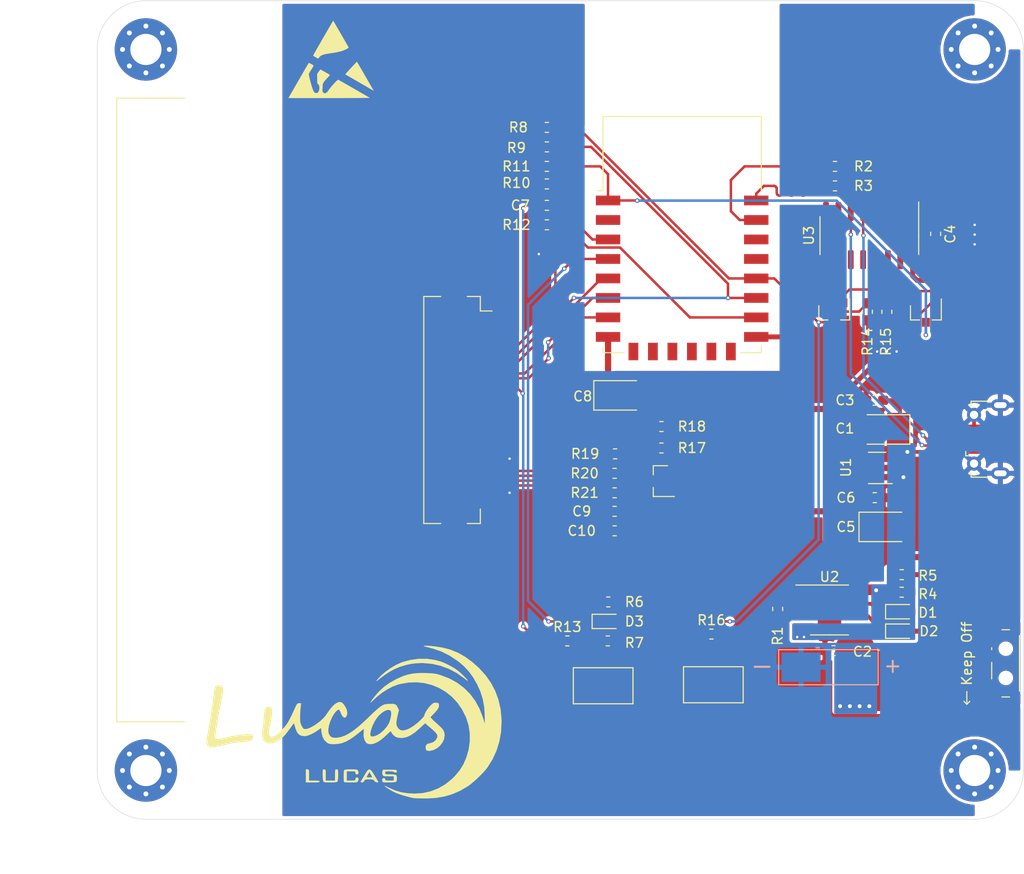
<source format=kicad_pcb>
(kicad_pcb (version 20171130) (host pcbnew "(5.1.6)-1")
  (layers (0 F.Cu signal) (31 B.Cu signal) (34 B.Paste user) (35 F.Paste user) (36 B.SilkS user) (37 F.SilkS user) (38 B.Mask user) (39 F.Mask user) (44 Edge.Cuts user))
  (net 0 "")
  (net 1 GND)
  (net 2 "Net-(BT1-Pad1)")
  (net 3 VCC)
  (net 4 "Net-(C4-Pad1)")
  (net 5 +3V3)
  (net 6 /nRST)
  (net 7 "Net-(D1-Pad2)")
  (net 8 "Net-(D1-Pad1)")
  (net 9 "Net-(D2-Pad2)")
  (net 10 "Net-(D2-Pad1)")
  (net 11 "Net-(D3-Pad2)")
  (net 12 /GPIO16)
  (net 13 "Net-(J1-Pad3)")
  (net 14 "Net-(J1-Pad2)")
  (net 15 /LEDK3)
  (net 16 /LEDK2)
  (net 17 /LEDK1)
  (net 18 /SDO)
  (net 19 /SDI)
  (net 20 /CLK)
  (net 21 /DC)
  (net 22 /CS)
  (net 23 /RTS)
  (net 24 "Net-(Q1-Pad2)")
  (net 25 /DTR)
  (net 26 /GPIO0)
  (net 27 "Net-(Q2-Pad2)")
  (net 28 "Net-(Q3-Pad3)")
  (net 29 "Net-(Q3-Pad2)")
  (net 30 "Net-(R1-Pad1)")
  (net 31 /RXD)
  (net 32 "Net-(R2-Pad1)")
  (net 33 /TXD)
  (net 34 "Net-(R3-Pad1)")
  (net 35 "Net-(R13-Pad2)")
  (net 36 /EN)
  (net 37 "Net-(R16-Pad2)")
  (module MountingHole:MountingHole_3.2mm_M3_Pad_Via (layer F.Cu) (at 187 123)
    (fp_text reference REF** hide)
    (fp_text value MountingHole_3.2mm_M3_Pad_Via)
    (pad 1 thru_hole circle (at 1.697056 -1.697056) (size 0.8 0.8) (drill 0.5) (layers *.Cu *.Mask))
    (pad 1 thru_hole circle (at 0 -2.4) (size 0.8 0.8) (drill 0.5) (layers *.Cu *.Mask))
    (pad 1 thru_hole circle (at -1.697056 -1.697056) (size 0.8 0.8) (drill 0.5) (layers *.Cu *.Mask))
    (pad 1 thru_hole circle (at -2.4 0) (size 0.8 0.8) (drill 0.5) (layers *.Cu *.Mask))
    (pad 1 thru_hole circle (at -1.697056 1.697056) (size 0.8 0.8) (drill 0.5) (layers *.Cu *.Mask))
    (pad 1 thru_hole circle (at 0 2.4) (size 0.8 0.8) (drill 0.5) (layers *.Cu *.Mask))
    (pad 1 thru_hole circle (at 1.697056 1.697056) (size 0.8 0.8) (drill 0.5) (layers *.Cu *.Mask))
    (pad 1 thru_hole circle (at 2.4 0) (size 0.8 0.8) (drill 0.5) (layers *.Cu *.Mask))
    (pad 1 thru_hole circle (at 0 0) (size 6.4 6.4) (drill 3.2) (layers *.Cu *.Mask))
  )
  (module MountingHole:MountingHole_3.2mm_M3_Pad_Via (layer F.Cu) (at 102 123)
    (fp_text reference REF** hide)
    (fp_text value MountingHole_3.2mm_M3_Pad_Via)
    (pad 1 thru_hole circle (at 1.697056 -1.697056) (size 0.8 0.8) (drill 0.5) (layers *.Cu *.Mask))
    (pad 1 thru_hole circle (at 0 -2.4) (size 0.8 0.8) (drill 0.5) (layers *.Cu *.Mask))
    (pad 1 thru_hole circle (at -1.697056 -1.697056) (size 0.8 0.8) (drill 0.5) (layers *.Cu *.Mask))
    (pad 1 thru_hole circle (at -2.4 0) (size 0.8 0.8) (drill 0.5) (layers *.Cu *.Mask))
    (pad 1 thru_hole circle (at -1.697056 1.697056) (size 0.8 0.8) (drill 0.5) (layers *.Cu *.Mask))
    (pad 1 thru_hole circle (at 0 2.4) (size 0.8 0.8) (drill 0.5) (layers *.Cu *.Mask))
    (pad 1 thru_hole circle (at 1.697056 1.697056) (size 0.8 0.8) (drill 0.5) (layers *.Cu *.Mask))
    (pad 1 thru_hole circle (at 2.4 0) (size 0.8 0.8) (drill 0.5) (layers *.Cu *.Mask))
    (pad 1 thru_hole circle (at 0 0) (size 6.4 6.4) (drill 3.2) (layers *.Cu *.Mask))
  )
  (module MountingHole:MountingHole_3.2mm_M3_Pad_Via (layer F.Cu) (at 187 49)
    (fp_text reference REF** hide)
    (fp_text value MountingHole_3.2mm_M3_Pad_Via)
    (pad 1 thru_hole circle (at 1.697056 -1.697056) (size 0.8 0.8) (drill 0.5) (layers *.Cu *.Mask))
    (pad 1 thru_hole circle (at 0 -2.4) (size 0.8 0.8) (drill 0.5) (layers *.Cu *.Mask))
    (pad 1 thru_hole circle (at -1.697056 -1.697056) (size 0.8 0.8) (drill 0.5) (layers *.Cu *.Mask))
    (pad 1 thru_hole circle (at -2.4 0) (size 0.8 0.8) (drill 0.5) (layers *.Cu *.Mask))
    (pad 1 thru_hole circle (at -1.697056 1.697056) (size 0.8 0.8) (drill 0.5) (layers *.Cu *.Mask))
    (pad 1 thru_hole circle (at 0 2.4) (size 0.8 0.8) (drill 0.5) (layers *.Cu *.Mask))
    (pad 1 thru_hole circle (at 1.697056 1.697056) (size 0.8 0.8) (drill 0.5) (layers *.Cu *.Mask))
    (pad 1 thru_hole circle (at 2.4 0) (size 0.8 0.8) (drill 0.5) (layers *.Cu *.Mask))
    (pad 1 thru_hole circle (at 0 0) (size 6.4 6.4) (drill 3.2) (layers *.Cu *.Mask))
  )
  (module MountingHole:MountingHole_3.2mm_M3_Pad_Via (layer F.Cu) (at 102 49)
    (fp_text reference REF** hide)
    (fp_text value MountingHole_3.2mm_M3_Pad_Via)
    (pad 1 thru_hole circle (at 1.697056 -1.697056) (size 0.8 0.8) (drill 0.5) (layers *.Cu *.Mask))
    (pad 1 thru_hole circle (at 0 -2.4) (size 0.8 0.8) (drill 0.5) (layers *.Cu *.Mask))
    (pad 1 thru_hole circle (at -1.697056 -1.697056) (size 0.8 0.8) (drill 0.5) (layers *.Cu *.Mask))
    (pad 1 thru_hole circle (at -2.4 0) (size 0.8 0.8) (drill 0.5) (layers *.Cu *.Mask))
    (pad 1 thru_hole circle (at -1.697056 1.697056) (size 0.8 0.8) (drill 0.5) (layers *.Cu *.Mask))
    (pad 1 thru_hole circle (at 0 2.4) (size 0.8 0.8) (drill 0.5) (layers *.Cu *.Mask))
    (pad 1 thru_hole circle (at 1.697056 1.697056) (size 0.8 0.8) (drill 0.5) (layers *.Cu *.Mask))
    (pad 1 thru_hole circle (at 2.4 0) (size 0.8 0.8) (drill 0.5) (layers *.Cu *.Mask))
    (pad 1 thru_hole circle (at 0 0) (size 6.4 6.4) (drill 3.2) (layers *.Cu *.Mask))
  )
  (module LucasLibary:logo (layer F.Cu) (at 124 118)
    (fp_text reference G*** hide)
    (fp_text value LOGO hide)
  )
  (module Symbol:ESD-Logo_8.9x8mm_SilkScreen (layer F.Cu) (at 121 50)
    (fp_text reference REF** hide)
    (fp_text value ESD-Logo_8.9x8mm_SilkScreen hide)
  )
  (module Button_Switch_SMD:SW_SPDT_PCM12 (layer F.Cu) (at 189.87 112 90)
    (fp_text reference SW3 hide)
    (fp_text value SW_SPDT)
    (pad "" smd rect (at -3.65 -0.78 90) (size 1 0.8) (layers F.Cu F.Paste F.Mask))
    (pad "" smd rect (at 3.65 -0.78 90) (size 1 0.8) (layers F.Cu F.Paste F.Mask))
    (pad "" smd rect (at 3.65 1.43 90) (size 1 0.8) (layers F.Cu F.Paste F.Mask))
    (pad "" smd rect (at -3.65 1.43 90) (size 1 0.8) (layers F.Cu F.Paste F.Mask))
    (pad 3 smd rect (at 2.25 -1.43 90) (size 0.7 1.5) (layers F.Cu F.Paste F.Mask) (net 3 VCC))
    (pad 2 smd rect (at 0.75 -1.43 90) (size 0.7 1.5) (layers F.Cu F.Paste F.Mask) (net 2 "Net-(BT1-Pad1)"))
    (pad 1 smd rect (at -2.25 -1.43 90) (size 0.7 1.5) (layers F.Cu F.Paste F.Mask) (net 1 GND))
    (pad "" np_thru_hole circle (at 1.5 0.33 90) (size 0.9 0.9) (drill 0.9) (layers *.Cu *.Mask))
    (pad "" np_thru_hole circle (at -1.5 0.33 90) (size 0.9 0.9) (drill 0.9) (layers *.Cu *.Mask))
  )
  (module LucasLibary:BATTRY (layer B.Cu) (at 174.1 110 180)
    (fp_text reference BT1 hide)
    (fp_text value Battery)
    (pad 2 smd rect (at 4.9 -2.4 180) (size 4 3) (layers B.Cu B.Paste B.Mask) (net 1 GND))
    (pad 1 smd rect (at -0.6 -2.4 180) (size 4 3) (layers B.Cu B.Paste B.Mask) (net 2 "Net-(BT1-Pad1)"))
  )
  (module Package_TO_SOT_SMD:SOT-23 (layer F.Cu) (at 154.8 93.3 180)
    (fp_text reference Q3 hide)
    (fp_text value S8050)
    (pad 3 smd rect (at 1 0 180) (size 0.9 0.8) (layers F.Cu F.Paste F.Mask) (net 28 "Net-(Q3-Pad3)"))
    (pad 2 smd rect (at -1 0.95 180) (size 0.9 0.8) (layers F.Cu F.Paste F.Mask) (net 29 "Net-(Q3-Pad2)"))
    (pad 1 smd rect (at -1 -0.95 180) (size 0.9 0.8) (layers F.Cu F.Paste F.Mask) (net 1 GND))
  )
  (module Package_TO_SOT_SMD:SOT-23 (layer F.Cu) (at 172.6 76 270)
    (fp_text reference Q2 hide)
    (fp_text value S8050)
    (pad 3 smd rect (at 1 0 270) (size 0.9 0.8) (layers F.Cu F.Paste F.Mask) (net 26 /GPIO0))
    (pad 2 smd rect (at -1 0.95 270) (size 0.9 0.8) (layers F.Cu F.Paste F.Mask) (net 27 "Net-(Q2-Pad2)"))
    (pad 1 smd rect (at -1 -0.95 270) (size 0.9 0.8) (layers F.Cu F.Paste F.Mask) (net 25 /DTR))
  )
  (module Package_TO_SOT_SMD:SOT-23 (layer F.Cu) (at 182 76 270)
    (fp_text reference Q1 hide)
    (fp_text value S8050)
    (pad 3 smd rect (at 1 0 270) (size 0.9 0.8) (layers F.Cu F.Paste F.Mask) (net 6 /nRST))
    (pad 2 smd rect (at -1 0.95 270) (size 0.9 0.8) (layers F.Cu F.Paste F.Mask) (net 24 "Net-(Q1-Pad2)"))
    (pad 1 smd rect (at -1 -0.95 270) (size 0.9 0.8) (layers F.Cu F.Paste F.Mask) (net 23 /RTS))
  )
  (module RF_Module:ESP-12E (layer F.Cu) (at 157 68)
    (fp_text reference U4 hide)
    (fp_text value ESP-12F)
    (pad 22 smd rect (at 7.6 -3.5) (size 2.5 1) (layers F.Cu F.Paste F.Mask) (net 33 /TXD))
    (pad 21 smd rect (at 7.6 -1.5) (size 2.5 1) (layers F.Cu F.Paste F.Mask) (net 31 /RXD))
    (pad 20 smd rect (at 7.6 0.5) (size 2.5 1) (layers F.Cu F.Paste F.Mask))
    (pad 19 smd rect (at 7.6 2.5) (size 2.5 1) (layers F.Cu F.Paste F.Mask))
    (pad 18 smd rect (at 7.6 4.5) (size 2.5 1) (layers F.Cu F.Paste F.Mask) (net 26 /GPIO0))
    (pad 17 smd rect (at 7.6 6.5) (size 2.5 1) (layers F.Cu F.Paste F.Mask) (net 21 /DC))
    (pad 16 smd rect (at 7.6 8.5) (size 2.5 1) (layers F.Cu F.Paste F.Mask) (net 22 /CS))
    (pad 15 smd rect (at 7.6 10.5) (size 2.5 1) (layers F.Cu F.Paste F.Mask) (net 1 GND))
    (pad 14 smd rect (at 5 12) (size 1 1.8) (layers F.Cu F.Paste F.Mask))
    (pad 13 smd rect (at 3 12) (size 1 1.8) (layers F.Cu F.Paste F.Mask))
    (pad 12 smd rect (at 1 12) (size 1 1.8) (layers F.Cu F.Paste F.Mask))
    (pad 11 smd rect (at -1 12) (size 1 1.8) (layers F.Cu F.Paste F.Mask))
    (pad 10 smd rect (at -3 12) (size 1 1.8) (layers F.Cu F.Paste F.Mask))
    (pad 9 smd rect (at -5 12) (size 1 1.8) (layers F.Cu F.Paste F.Mask))
    (pad 8 smd rect (at -7.6 10.5) (size 2.5 1) (layers F.Cu F.Paste F.Mask) (net 5 +3V3))
    (pad 7 smd rect (at -7.6 8.5) (size 2.5 1) (layers F.Cu F.Paste F.Mask) (net 19 /SDI))
    (pad 6 smd rect (at -7.6 6.5) (size 2.5 1) (layers F.Cu F.Paste F.Mask) (net 18 /SDO))
    (pad 5 smd rect (at -7.6 4.5) (size 2.5 1) (layers F.Cu F.Paste F.Mask) (net 20 /CLK))
    (pad 4 smd rect (at -7.6 2.5) (size 2.5 1) (layers F.Cu F.Paste F.Mask) (net 12 /GPIO16))
    (pad 3 smd rect (at -7.6 0.5) (size 2.5 1) (layers F.Cu F.Paste F.Mask) (net 36 /EN))
    (pad 2 smd rect (at -7.6 -1.5) (size 2.5 1) (layers F.Cu F.Paste F.Mask))
    (pad 1 smd rect (at -7.6 -3.5) (size 2.5 1) (layers F.Cu F.Paste F.Mask) (net 6 /nRST))
  )
  (module Package_SO:SOIC-16_3.9x9.9mm_P1.27mm (layer F.Cu) (at 176.2 68.1 270)
    (fp_text reference U3 (at 0 6.2 90) (layer F.SilkS))
    (fp_text value CH340C)
    (pad 16 smd roundrect (at 2.475 -4.445 270) (size 1.95 0.6) (layers F.Cu F.Paste F.Mask) (net 5 +3V3))
    (pad 15 smd roundrect (at 2.475 -3.175 270) (size 1.95 0.6) (layers F.Cu F.Paste F.Mask))
    (pad 14 smd roundrect (at 2.475 -1.905 270) (size 1.95 0.6) (layers F.Cu F.Paste F.Mask) (net 23 /RTS))
    (pad 13 smd roundrect (at 2.475 -0.635 270) (size 1.95 0.6) (layers F.Cu F.Paste F.Mask) (net 25 /DTR))
    (pad 12 smd roundrect (at 2.475 0.635 270) (size 1.95 0.6) (layers F.Cu F.Paste F.Mask))
    (pad 11 smd roundrect (at 2.475 1.905 270) (size 1.95 0.6) (layers F.Cu F.Paste F.Mask))
    (pad 10 smd roundrect (at 2.475 3.175 270) (size 1.95 0.6) (layers F.Cu F.Paste F.Mask))
    (pad 9 smd roundrect (at 2.475 4.445 270) (size 1.95 0.6) (layers F.Cu F.Paste F.Mask))
    (pad 8 smd roundrect (at -2.475 4.445 270) (size 1.95 0.6) (layers F.Cu F.Paste F.Mask))
    (pad 7 smd roundrect (at -2.475 3.175 270) (size 1.95 0.6) (layers F.Cu F.Paste F.Mask))
    (pad 6 smd roundrect (at -2.475 1.905 270) (size 1.95 0.6) (layers F.Cu F.Paste F.Mask) (net 14 "Net-(J1-Pad2)"))
    (pad 5 smd roundrect (at -2.475 0.635 270) (size 1.95 0.6) (layers F.Cu F.Paste F.Mask) (net 13 "Net-(J1-Pad3)"))
    (pad 4 smd roundrect (at -2.475 -0.635 270) (size 1.95 0.6) (layers F.Cu F.Paste F.Mask) (net 4 "Net-(C4-Pad1)"))
    (pad 3 smd roundrect (at -2.475 -1.905 270) (size 1.95 0.6) (layers F.Cu F.Paste F.Mask) (net 34 "Net-(R3-Pad1)"))
    (pad 2 smd roundrect (at -2.475 -3.175 270) (size 1.95 0.6) (layers F.Cu F.Paste F.Mask) (net 32 "Net-(R2-Pad1)"))
    (pad 1 smd roundrect (at -2.475 -4.445 270) (size 1.95 0.6) (layers F.Cu F.Paste F.Mask) (net 1 GND))
  )
  (module Package_SO:HSOP-8-1EP_3.9x4.9mm_P1.27mm_EP2.41x3.1mm (layer F.Cu) (at 172.115 106.525001)
    (fp_text reference U2 (at 0 -3.4) (layer F.SilkS))
    (fp_text value TP4056)
    (pad 9 smd rect (at 0 0) (size 2.41 3.1) (layers F.Cu F.Mask))
    (pad 8 smd roundrect (at 2.65 -1.905) (size 1.6 0.6) (layers F.Cu F.Paste F.Mask) (net 3 VCC))
    (pad 7 smd roundrect (at 2.65 -0.635) (size 1.6 0.6) (layers F.Cu F.Paste F.Mask) (net 8 "Net-(D1-Pad1)"))
    (pad 6 smd roundrect (at 2.65 0.635) (size 1.6 0.6) (layers F.Cu F.Paste F.Mask) (net 10 "Net-(D2-Pad1)"))
    (pad 5 smd roundrect (at 2.65 1.905) (size 1.6 0.6) (layers F.Cu F.Paste F.Mask) (net 2 "Net-(BT1-Pad1)"))
    (pad 4 smd roundrect (at -2.65 1.905) (size 1.6 0.6) (layers F.Cu F.Paste F.Mask) (net 3 VCC))
    (pad 3 smd roundrect (at -2.65 0.635) (size 1.6 0.6) (layers F.Cu F.Paste F.Mask) (net 1 GND))
    (pad 2 smd roundrect (at -2.65 -0.635) (size 1.6 0.6) (layers F.Cu F.Paste F.Mask) (net 30 "Net-(R1-Pad1)"))
    (pad 1 smd roundrect (at -2.65 -1.905) (size 1.6 0.6) (layers F.Cu F.Paste F.Mask) (net 1 GND))
  )
  (module Package_TO_SOT_SMD:SOT-23-5 (layer F.Cu) (at 177.005 91.95 180)
    (fp_text reference U1 (at 3.205 0.05 90) (layer F.SilkS))
    (fp_text value SPX3819)
    (pad 5 smd rect (at 1.1 -0.95 180) (size 1.06 0.65) (layers F.Cu F.Paste F.Mask) (net 5 +3V3))
    (pad 4 smd rect (at 1.1 0.95 180) (size 1.06 0.65) (layers F.Cu F.Paste F.Mask))
    (pad 3 smd rect (at -1.1 0.95 180) (size 1.06 0.65) (layers F.Cu F.Paste F.Mask) (net 3 VCC))
    (pad 2 smd rect (at -1.1 0 180) (size 1.06 0.65) (layers F.Cu F.Paste F.Mask) (net 1 GND))
    (pad 1 smd rect (at -1.1 -0.95 180) (size 1.06 0.65) (layers F.Cu F.Paste F.Mask) (net 3 VCC))
  )
  (module Button_Switch_SMD:SW_SPST_CK_RS282G05A3 (layer F.Cu) (at 160.2 114.2)
    (fp_text reference SW2 hide)
    (fp_text value SW_DIP_x01)
    (pad 2 smd rect (at 3.9 0) (size 1.5 1.5) (layers F.Cu F.Paste F.Mask) (net 1 GND))
    (pad 1 smd rect (at -3.9 0) (size 1.5 1.5) (layers F.Cu F.Paste F.Mask) (net 37 "Net-(R16-Pad2)"))
  )
  (module Button_Switch_SMD:SW_SPST_CK_RS282G05A3 (layer F.Cu) (at 148.9 114.3)
    (fp_text reference SW1 hide)
    (fp_text value SW_DIP_x01)
    (pad 2 smd rect (at 3.9 0) (size 1.5 1.5) (layers F.Cu F.Paste F.Mask) (net 1 GND))
    (pad 1 smd rect (at -3.9 0) (size 1.5 1.5) (layers F.Cu F.Paste F.Mask) (net 35 "Net-(R13-Pad2)"))
  )
  (module Resistor_SMD:R_0603_1608Metric_Pad1.05x0.95mm_HandSolder (layer F.Cu) (at 150.075 94.5)
    (fp_text reference R21 (at -3.075 0) (layer F.SilkS))
    (fp_text value 39)
    (pad 2 smd roundrect (at 0.875 0) (size 1.05 0.95) (layers F.Cu F.Paste F.Mask) (net 28 "Net-(Q3-Pad3)"))
    (pad 1 smd roundrect (at -0.875 0) (size 1.05 0.95) (layers F.Cu F.Paste F.Mask) (net 15 /LEDK3))
  )
  (module Resistor_SMD:R_0603_1608Metric_Pad1.05x0.95mm_HandSolder (layer F.Cu) (at 150.075 92.5)
    (fp_text reference R20 (at -3.075 0) (layer F.SilkS))
    (fp_text value 39)
    (pad 2 smd roundrect (at 0.875 0) (size 1.05 0.95) (layers F.Cu F.Paste F.Mask) (net 28 "Net-(Q3-Pad3)"))
    (pad 1 smd roundrect (at -0.875 0) (size 1.05 0.95) (layers F.Cu F.Paste F.Mask) (net 16 /LEDK2))
  )
  (module Resistor_SMD:R_0603_1608Metric_Pad1.05x0.95mm_HandSolder (layer F.Cu) (at 150.125 90.5)
    (fp_text reference R19 (at -3.075 0) (layer F.SilkS))
    (fp_text value 39)
    (pad 2 smd roundrect (at 0.875 0) (size 1.05 0.95) (layers F.Cu F.Paste F.Mask) (net 28 "Net-(Q3-Pad3)"))
    (pad 1 smd roundrect (at -0.875 0) (size 1.05 0.95) (layers F.Cu F.Paste F.Mask) (net 17 /LEDK1))
  )
  (module Resistor_SMD:R_0603_1608Metric_Pad1.05x0.95mm_HandSolder (layer F.Cu) (at 154.875 87.7 180)
    (fp_text reference R18 (at -3.125 0) (layer F.SilkS))
    (fp_text value 10K)
    (pad 2 smd roundrect (at 0.875 0 180) (size 1.05 0.95) (layers F.Cu F.Paste F.Mask) (net 5 +3V3))
    (pad 1 smd roundrect (at -0.875 0 180) (size 1.05 0.95) (layers F.Cu F.Paste F.Mask) (net 29 "Net-(Q3-Pad2)"))
  )
  (module Resistor_SMD:R_0603_1608Metric_Pad1.05x0.95mm_HandSolder (layer F.Cu) (at 154.875 89.9 180)
    (fp_text reference R17 (at -3.125 0) (layer F.SilkS))
    (fp_text value 1K)
    (pad 2 smd roundrect (at 0.875 0 180) (size 1.05 0.95) (layers F.Cu F.Paste F.Mask))
    (pad 1 smd roundrect (at -0.875 0 180) (size 1.05 0.95) (layers F.Cu F.Paste F.Mask) (net 29 "Net-(Q3-Pad2)"))
  )
  (module Resistor_SMD:R_0603_1608Metric_Pad1.05x0.95mm_HandSolder (layer F.Cu) (at 160 109)
    (fp_text reference R16 (at 0 -1.43) (layer F.SilkS))
    (fp_text value 470)
    (pad 2 smd roundrect (at 0.875 0) (size 1.05 0.95) (layers F.Cu F.Paste F.Mask) (net 37 "Net-(R16-Pad2)"))
    (pad 1 smd roundrect (at -0.875 0) (size 1.05 0.95) (layers F.Cu F.Paste F.Mask) (net 26 /GPIO0))
  )
  (module Resistor_SMD:R_0603_1608Metric_Pad1.05x0.95mm_HandSolder (layer F.Cu) (at 178 75.925 90)
    (fp_text reference R15 (at -3.075 -0.1 90) (layer F.SilkS))
    (fp_text value 10K)
    (pad 2 smd roundrect (at 0.875 0 90) (size 1.05 0.95) (layers F.Cu F.Paste F.Mask) (net 25 /DTR))
    (pad 1 smd roundrect (at -0.875 0 90) (size 1.05 0.95) (layers F.Cu F.Paste F.Mask) (net 24 "Net-(Q1-Pad2)"))
  )
  (module Resistor_SMD:R_0603_1608Metric_Pad1.05x0.95mm_HandSolder (layer F.Cu) (at 176 75.925 270)
    (fp_text reference R14 (at 3.075 0 90) (layer F.SilkS))
    (fp_text value 10K)
    (pad 2 smd roundrect (at 0.875 0 270) (size 1.05 0.95) (layers F.Cu F.Paste F.Mask) (net 23 /RTS))
    (pad 1 smd roundrect (at -0.875 0 270) (size 1.05 0.95) (layers F.Cu F.Paste F.Mask) (net 27 "Net-(Q2-Pad2)"))
  )
  (module Resistor_SMD:R_0603_1608Metric_Pad1.05x0.95mm_HandSolder (layer F.Cu) (at 145.225 109.7)
    (fp_text reference R13 (at 0 -1.43) (layer F.SilkS))
    (fp_text value 470)
    (pad 2 smd roundrect (at 0.875 0) (size 1.05 0.95) (layers F.Cu F.Paste F.Mask) (net 35 "Net-(R13-Pad2)"))
    (pad 1 smd roundrect (at -0.875 0) (size 1.05 0.95) (layers F.Cu F.Paste F.Mask) (net 6 /nRST))
  )
  (module Resistor_SMD:R_0603_1608Metric_Pad1.05x0.95mm_HandSolder (layer F.Cu) (at 143.125 67)
    (fp_text reference R12 (at -3.125 0) (layer F.SilkS))
    (fp_text value 10K)
    (pad 2 smd roundrect (at 0.875 0) (size 1.05 0.95) (layers F.Cu F.Paste F.Mask) (net 22 /CS))
    (pad 1 smd roundrect (at -0.875 0) (size 1.05 0.95) (layers F.Cu F.Paste F.Mask) (net 1 GND))
  )
  (module Resistor_SMD:R_0603_1608Metric_Pad1.05x0.95mm_HandSolder (layer F.Cu) (at 143.125 61)
    (fp_text reference R11 (at -3.125 0) (layer F.SilkS))
    (fp_text value 10K)
    (pad 2 smd roundrect (at 0.875 0) (size 1.05 0.95) (layers F.Cu F.Paste F.Mask) (net 6 /nRST))
    (pad 1 smd roundrect (at -0.875 0) (size 1.05 0.95) (layers F.Cu F.Paste F.Mask) (net 5 +3V3))
  )
  (module Resistor_SMD:R_0603_1608Metric_Pad1.05x0.95mm_HandSolder (layer F.Cu) (at 143.125 62.8)
    (fp_text reference R10 (at -3.125 -0.1) (layer F.SilkS))
    (fp_text value 10K)
    (pad 2 smd roundrect (at 0.875 0) (size 1.05 0.95) (layers F.Cu F.Paste F.Mask) (net 36 /EN))
    (pad 1 smd roundrect (at -0.875 0) (size 1.05 0.95) (layers F.Cu F.Paste F.Mask) (net 5 +3V3))
  )
  (module Resistor_SMD:R_0603_1608Metric_Pad1.05x0.95mm_HandSolder (layer F.Cu) (at 143.125 59)
    (fp_text reference R9 (at -3.125 0.1) (layer F.SilkS))
    (fp_text value 10K)
    (pad 2 smd roundrect (at 0.875 0) (size 1.05 0.95) (layers F.Cu F.Paste F.Mask) (net 21 /DC))
    (pad 1 smd roundrect (at -0.875 0) (size 1.05 0.95) (layers F.Cu F.Paste F.Mask) (net 5 +3V3))
  )
  (module Resistor_SMD:R_0603_1608Metric_Pad1.05x0.95mm_HandSolder (layer F.Cu) (at 143.125 57)
    (fp_text reference R8 (at -2.925 0) (layer F.SilkS))
    (fp_text value 10K)
    (pad 2 smd roundrect (at 0.875 0) (size 1.05 0.95) (layers F.Cu F.Paste F.Mask) (net 26 /GPIO0))
    (pad 1 smd roundrect (at -0.875 0) (size 1.05 0.95) (layers F.Cu F.Paste F.Mask) (net 5 +3V3))
  )
  (module Resistor_SMD:R_0603_1608Metric_Pad1.05x0.95mm_HandSolder (layer F.Cu) (at 149.375 109.7 180)
    (fp_text reference R7 (at -2.725 -0.2) (layer F.SilkS))
    (fp_text value 0)
    (pad 2 smd roundrect (at 0.875 0 180) (size 1.05 0.95) (layers F.Cu F.Paste F.Mask) (net 35 "Net-(R13-Pad2)"))
    (pad 1 smd roundrect (at -0.875 0 180) (size 1.05 0.95) (layers F.Cu F.Paste F.Mask) (net 12 /GPIO16))
  )
  (module Resistor_SMD:R_0603_1608Metric_Pad1.05x0.95mm_HandSolder (layer F.Cu) (at 149.425 105.7)
    (fp_text reference R6 (at 2.675 0) (layer F.SilkS))
    (fp_text value 470)
    (pad 2 smd roundrect (at 0.875 0) (size 1.05 0.95) (layers F.Cu F.Paste F.Mask) (net 11 "Net-(D3-Pad2)"))
    (pad 1 smd roundrect (at -0.875 0) (size 1.05 0.95) (layers F.Cu F.Paste F.Mask) (net 5 +3V3))
  )
  (module Resistor_SMD:R_0603_1608Metric_Pad1.05x0.95mm_HandSolder (layer F.Cu) (at 179.525 102.9)
    (fp_text reference R5 (at 2.675 0.1) (layer F.SilkS))
    (fp_text value 1K)
    (pad 2 smd roundrect (at 0.875 0) (size 1.05 0.95) (layers F.Cu F.Paste F.Mask) (net 9 "Net-(D2-Pad2)"))
    (pad 1 smd roundrect (at -0.875 0) (size 1.05 0.95) (layers F.Cu F.Paste F.Mask) (net 3 VCC))
  )
  (module Resistor_SMD:R_0603_1608Metric_Pad1.05x0.95mm_HandSolder (layer F.Cu) (at 179.525 104.7)
    (fp_text reference R4 (at 2.675 0.2) (layer F.SilkS))
    (fp_text value 1K)
    (pad 2 smd roundrect (at 0.875 0) (size 1.05 0.95) (layers F.Cu F.Paste F.Mask) (net 7 "Net-(D1-Pad2)"))
    (pad 1 smd roundrect (at -0.875 0) (size 1.05 0.95) (layers F.Cu F.Paste F.Mask) (net 3 VCC))
  )
  (module Resistor_SMD:R_0603_1608Metric_Pad1.05x0.95mm_HandSolder (layer F.Cu) (at 172.675 63 180)
    (fp_text reference R3 (at -2.925 0) (layer F.SilkS))
    (fp_text value 100)
    (pad 2 smd roundrect (at 0.875 0 180) (size 1.05 0.95) (layers F.Cu F.Paste F.Mask) (net 33 /TXD))
    (pad 1 smd roundrect (at -0.875 0 180) (size 1.05 0.95) (layers F.Cu F.Paste F.Mask) (net 34 "Net-(R3-Pad1)"))
  )
  (module Resistor_SMD:R_0603_1608Metric_Pad1.05x0.95mm_HandSolder (layer F.Cu) (at 172.675 61 180)
    (fp_text reference R2 (at -2.925 0) (layer F.SilkS))
    (fp_text value 100)
    (pad 2 smd roundrect (at 0.875 0 180) (size 1.05 0.95) (layers F.Cu F.Paste F.Mask) (net 31 /RXD))
    (pad 1 smd roundrect (at -0.875 0 180) (size 1.05 0.95) (layers F.Cu F.Paste F.Mask) (net 32 "Net-(R2-Pad1)"))
  )
  (module Resistor_SMD:R_0603_1608Metric_Pad1.05x0.95mm_HandSolder (layer F.Cu) (at 166.8 106.425 270)
    (fp_text reference R1 (at 2.775 0 90) (layer F.SilkS))
    (fp_text value 3.3K)
    (pad 2 smd roundrect (at 0.875 0 270) (size 1.05 0.95) (layers F.Cu F.Paste F.Mask) (net 1 GND))
    (pad 1 smd roundrect (at -0.875 0 270) (size 1.05 0.95) (layers F.Cu F.Paste F.Mask) (net 30 "Net-(R1-Pad1)"))
  )
  (module Connector_FFC-FPC:Hirose_FH12-40S-0.5SH_1x40-1MP_P0.50mm_Horizontal (layer F.Cu) (at 135 86 270)
    (fp_text reference J2 hide)
    (fp_text value Conn_01x40_Male)
    (pad 40 smd rect (at 9.75 -1.85 270) (size 0.3 1.3) (layers F.Cu F.Paste F.Mask) (net 5 +3V3))
    (pad 39 smd rect (at 9.25 -1.85 270) (size 0.3 1.3) (layers F.Cu F.Paste F.Mask) (net 5 +3V3))
    (pad 38 smd rect (at 8.75 -1.85 270) (size 0.3 1.3) (layers F.Cu F.Paste F.Mask) (net 5 +3V3))
    (pad 37 smd rect (at 8.25 -1.85 270) (size 0.3 1.3) (layers F.Cu F.Paste F.Mask) (net 1 GND))
    (pad 36 smd rect (at 7.75 -1.85 270) (size 0.3 1.3) (layers F.Cu F.Paste F.Mask) (net 15 /LEDK3))
    (pad 35 smd rect (at 7.25 -1.85 270) (size 0.3 1.3) (layers F.Cu F.Paste F.Mask) (net 16 /LEDK2))
    (pad 34 smd rect (at 6.75 -1.85 270) (size 0.3 1.3) (layers F.Cu F.Paste F.Mask) (net 17 /LEDK1))
    (pad 33 smd rect (at 6.25 -1.85 270) (size 0.3 1.3) (layers F.Cu F.Paste F.Mask) (net 5 +3V3))
    (pad 32 smd rect (at 5.75 -1.85 270) (size 0.3 1.3) (layers F.Cu F.Paste F.Mask) (net 1 GND))
    (pad 31 smd rect (at 5.25 -1.85 270) (size 0.3 1.3) (layers F.Cu F.Paste F.Mask) (net 1 GND))
    (pad 30 smd rect (at 4.75 -1.85 270) (size 0.3 1.3) (layers F.Cu F.Paste F.Mask) (net 1 GND))
    (pad 29 smd rect (at 4.25 -1.85 270) (size 0.3 1.3) (layers F.Cu F.Paste F.Mask) (net 1 GND))
    (pad 28 smd rect (at 3.75 -1.85 270) (size 0.3 1.3) (layers F.Cu F.Paste F.Mask) (net 1 GND))
    (pad 27 smd rect (at 3.25 -1.85 270) (size 0.3 1.3) (layers F.Cu F.Paste F.Mask) (net 1 GND))
    (pad 26 smd rect (at 2.75 -1.85 270) (size 0.3 1.3) (layers F.Cu F.Paste F.Mask) (net 1 GND))
    (pad 25 smd rect (at 2.25 -1.85 270) (size 0.3 1.3) (layers F.Cu F.Paste F.Mask) (net 1 GND))
    (pad 24 smd rect (at 1.75 -1.85 270) (size 0.3 1.3) (layers F.Cu F.Paste F.Mask) (net 1 GND))
    (pad 23 smd rect (at 1.25 -1.85 270) (size 0.3 1.3) (layers F.Cu F.Paste F.Mask) (net 1 GND))
    (pad 22 smd rect (at 0.75 -1.85 270) (size 0.3 1.3) (layers F.Cu F.Paste F.Mask) (net 1 GND))
    (pad 21 smd rect (at 0.25 -1.85 270) (size 0.3 1.3) (layers F.Cu F.Paste F.Mask) (net 1 GND))
    (pad 20 smd rect (at -0.25 -1.85 270) (size 0.3 1.3) (layers F.Cu F.Paste F.Mask) (net 1 GND))
    (pad 19 smd rect (at -0.75 -1.85 270) (size 0.3 1.3) (layers F.Cu F.Paste F.Mask) (net 1 GND))
    (pad 18 smd rect (at -1.25 -1.85 270) (size 0.3 1.3) (layers F.Cu F.Paste F.Mask) (net 1 GND))
    (pad 17 smd rect (at -1.75 -1.85 270) (size 0.3 1.3) (layers F.Cu F.Paste F.Mask) (net 1 GND))
    (pad 16 smd rect (at -2.25 -1.85 270) (size 0.3 1.3) (layers F.Cu F.Paste F.Mask) (net 1 GND))
    (pad 15 smd rect (at -2.75 -1.85 270) (size 0.3 1.3) (layers F.Cu F.Paste F.Mask) (net 6 /nRST))
    (pad 14 smd rect (at -3.25 -1.85 270) (size 0.3 1.3) (layers F.Cu F.Paste F.Mask) (net 18 /SDO))
    (pad 13 smd rect (at -3.75 -1.85 270) (size 0.3 1.3) (layers F.Cu F.Paste F.Mask) (net 19 /SDI))
    (pad 12 smd rect (at -4.25 -1.85 270) (size 0.3 1.3) (layers F.Cu F.Paste F.Mask) (net 5 +3V3))
    (pad 11 smd rect (at -4.75 -1.85 270) (size 0.3 1.3) (layers F.Cu F.Paste F.Mask) (net 20 /CLK))
    (pad 10 smd rect (at -5.25 -1.85 270) (size 0.3 1.3) (layers F.Cu F.Paste F.Mask) (net 21 /DC))
    (pad 9 smd rect (at -5.75 -1.85 270) (size 0.3 1.3) (layers F.Cu F.Paste F.Mask) (net 22 /CS))
    (pad 8 smd rect (at -6.25 -1.85 270) (size 0.3 1.3) (layers F.Cu F.Paste F.Mask))
    (pad 7 smd rect (at -6.75 -1.85 270) (size 0.3 1.3) (layers F.Cu F.Paste F.Mask) (net 5 +3V3))
    (pad 6 smd rect (at -7.25 -1.85 270) (size 0.3 1.3) (layers F.Cu F.Paste F.Mask) (net 5 +3V3))
    (pad 5 smd rect (at -7.75 -1.85 270) (size 0.3 1.3) (layers F.Cu F.Paste F.Mask) (net 1 GND))
    (pad 4 smd rect (at -8.25 -1.85 270) (size 0.3 1.3) (layers F.Cu F.Paste F.Mask))
    (pad 3 smd rect (at -8.75 -1.85 270) (size 0.3 1.3) (layers F.Cu F.Paste F.Mask))
    (pad 2 smd rect (at -9.25 -1.85 270) (size 0.3 1.3) (layers F.Cu F.Paste F.Mask))
    (pad 1 smd rect (at -9.75 -1.85 270) (size 0.3 1.3) (layers F.Cu F.Paste F.Mask))
    (pad MP smd rect (at -11.65 1.4 270) (size 1.8 2.2) (layers F.Cu F.Paste F.Mask))
    (pad MP smd rect (at 11.65 1.4 270) (size 1.8 2.2) (layers F.Cu F.Paste F.Mask))
  )
  (module Connector_USB:USB_Micro-B_Molex-105017-0001 (layer F.Cu) (at 188.4 89 90)
    (fp_text reference J1 hide)
    (fp_text value USB_B_Micro)
    (pad 6 thru_hole oval (at 3.5 1.2375 90) (size 1.2 1.9) (drill oval 0.6 1.3) (layers *.Cu *.Mask) (net 1 GND))
    (pad 6 thru_hole oval (at -3.5 1.2375 270) (size 1.2 1.9) (drill oval 0.6 1.3) (layers *.Cu *.Mask) (net 1 GND))
    (pad 6 thru_hole circle (at 2.5 -1.4625 90) (size 1.45 1.45) (drill 0.85) (layers *.Cu *.Mask) (net 1 GND))
    (pad 3 smd rect (at 0 -1.4625 90) (size 0.4 1.35) (layers F.Cu F.Paste F.Mask) (net 13 "Net-(J1-Pad3)"))
    (pad 4 smd rect (at 0.65 -1.4625 90) (size 0.4 1.35) (layers F.Cu F.Paste F.Mask))
    (pad 5 smd rect (at 1.3 -1.4625 90) (size 0.4 1.35) (layers F.Cu F.Paste F.Mask) (net 1 GND))
    (pad 1 smd rect (at -1.3 -1.4625 90) (size 0.4 1.35) (layers F.Cu F.Paste F.Mask) (net 3 VCC))
    (pad 2 smd rect (at -0.65 -1.4625 90) (size 0.4 1.35) (layers F.Cu F.Paste F.Mask) (net 14 "Net-(J1-Pad2)"))
    (pad 6 thru_hole circle (at -2.5 -1.4625 90) (size 1.45 1.45) (drill 0.85) (layers *.Cu *.Mask) (net 1 GND))
  )
  (module LED_SMD:LED_0603_1608Metric_Pad1.05x0.95mm_HandSolder (layer F.Cu) (at 149.425 107.7)
    (fp_text reference D3 (at 2.675 0) (layer F.SilkS))
    (fp_text value LED)
    (pad 2 smd roundrect (at 0.875 0) (size 1.05 0.95) (layers F.Cu F.Paste F.Mask) (net 11 "Net-(D3-Pad2)"))
    (pad 1 smd roundrect (at -0.875 0) (size 1.05 0.95) (layers F.Cu F.Paste F.Mask) (net 12 /GPIO16))
  )
  (module LED_SMD:LED_0603_1608Metric_Pad1.05x0.95mm_HandSolder (layer F.Cu) (at 179.525 108.7)
    (fp_text reference D2 (at 2.775 0) (layer F.SilkS))
    (fp_text value LED)
    (pad 2 smd roundrect (at 0.875 0) (size 1.05 0.95) (layers F.Cu F.Paste F.Mask) (net 9 "Net-(D2-Pad2)"))
    (pad 1 smd roundrect (at -0.875 0) (size 1.05 0.95) (layers F.Cu F.Paste F.Mask) (net 10 "Net-(D2-Pad1)"))
  )
  (module LED_SMD:LED_0603_1608Metric_Pad1.05x0.95mm_HandSolder (layer F.Cu) (at 179.525 106.7)
    (fp_text reference D1 (at 2.675 0.1) (layer F.SilkS))
    (fp_text value LED)
    (pad 2 smd roundrect (at 0.875 0) (size 1.05 0.95) (layers F.Cu F.Paste F.Mask) (net 7 "Net-(D1-Pad2)"))
    (pad 1 smd roundrect (at -0.875 0) (size 1.05 0.95) (layers F.Cu F.Paste F.Mask) (net 8 "Net-(D1-Pad1)"))
  )
  (module Capacitor_SMD:C_0603_1608Metric_Pad1.05x0.95mm_HandSolder (layer F.Cu) (at 150.075 98.4 180)
    (fp_text reference C10 (at 3.375 0) (layer F.SilkS))
    (fp_text value 0.1uF)
    (pad 2 smd roundrect (at 0.875 0 180) (size 1.05 0.95) (layers F.Cu F.Paste F.Mask) (net 1 GND))
    (pad 1 smd roundrect (at -0.875 0 180) (size 1.05 0.95) (layers F.Cu F.Paste F.Mask) (net 5 +3V3))
  )
  (module Capacitor_SMD:C_0603_1608Metric_Pad1.05x0.95mm_HandSolder (layer F.Cu) (at 150.075 96.4 180)
    (fp_text reference C9 (at 3.375 0) (layer F.SilkS))
    (fp_text value 0.1uF)
    (pad 2 smd roundrect (at 0.875 0 180) (size 1.05 0.95) (layers F.Cu F.Paste F.Mask) (net 1 GND))
    (pad 1 smd roundrect (at -0.875 0 180) (size 1.05 0.95) (layers F.Cu F.Paste F.Mask) (net 5 +3V3))
  )
  (module Capacitor_Tantalum_SMD:CP_EIA-3528-12_Kemet-T_Pad1.50x2.35mm_HandSolder (layer F.Cu) (at 150.575 84.5)
    (fp_text reference C8 (at -3.775 0.1) (layer F.SilkS))
    (fp_text value 100uF)
    (pad 2 smd roundrect (at 1.625 0) (size 1.5 2.35) (layers F.Cu F.Paste F.Mask) (roundrect_rratio 0.166667) (net 1 GND))
    (pad 1 smd roundrect (at -1.625 0) (size 1.5 2.35) (layers F.Cu F.Paste F.Mask) (roundrect_rratio 0.166667) (net 5 +3V3))
  )
  (module Capacitor_SMD:C_0603_1608Metric_Pad1.05x0.95mm_HandSolder (layer F.Cu) (at 143.125 65)
    (fp_text reference C7 (at -2.725 0) (layer F.SilkS))
    (fp_text value 100nF)
    (pad 2 smd roundrect (at 0.875 0) (size 1.05 0.95) (layers F.Cu F.Paste F.Mask) (net 1 GND))
    (pad 1 smd roundrect (at -0.875 0) (size 1.05 0.95) (layers F.Cu F.Paste F.Mask) (net 6 /nRST))
  )
  (module Capacitor_SMD:C_0603_1608Metric_Pad1.05x0.95mm_HandSolder (layer F.Cu) (at 176.755 95)
    (fp_text reference C6 (at -2.955 0) (layer F.SilkS))
    (fp_text value 1uF)
    (pad 2 smd roundrect (at 0.875 0) (size 1.05 0.95) (layers F.Cu F.Paste F.Mask) (net 1 GND))
    (pad 1 smd roundrect (at -0.875 0) (size 1.05 0.95) (layers F.Cu F.Paste F.Mask) (net 5 +3V3))
  )
  (module Capacitor_Tantalum_SMD:CP_EIA-3528-12_Kemet-T_Pad1.50x2.35mm_HandSolder (layer F.Cu) (at 177.775 98)
    (fp_text reference C5 (at -3.975 0) (layer F.SilkS))
    (fp_text value 100uF)
    (pad 2 smd roundrect (at 1.625 0) (size 1.5 2.35) (layers F.Cu F.Paste F.Mask) (roundrect_rratio 0.166667) (net 1 GND))
    (pad 1 smd roundrect (at -1.625 0) (size 1.5 2.35) (layers F.Cu F.Paste F.Mask) (roundrect_rratio 0.166667) (net 5 +3V3))
  )
  (module Capacitor_SMD:C_0603_1608Metric_Pad1.05x0.95mm_HandSolder (layer F.Cu) (at 183 67.925 90)
    (fp_text reference C4 (at -0.025 1.5 90) (layer F.SilkS))
    (fp_text value 0.1uF)
    (pad 2 smd roundrect (at 0.875 0 90) (size 1.05 0.95) (layers F.Cu F.Paste F.Mask) (net 1 GND))
    (pad 1 smd roundrect (at -0.875 0 90) (size 1.05 0.95) (layers F.Cu F.Paste F.Mask) (net 4 "Net-(C4-Pad1)"))
  )
  (module Capacitor_SMD:C_0603_1608Metric_Pad1.05x0.95mm_HandSolder (layer F.Cu) (at 176.755 85 180)
    (fp_text reference C3 (at 3.055 0) (layer F.SilkS))
    (fp_text value 1uF)
    (pad 2 smd roundrect (at 0.875 0 180) (size 1.05 0.95) (layers F.Cu F.Paste F.Mask) (net 1 GND))
    (pad 1 smd roundrect (at -0.875 0 180) (size 1.05 0.95) (layers F.Cu F.Paste F.Mask) (net 3 VCC))
  )
  (module Capacitor_SMD:C_0603_1608Metric_Pad1.05x0.95mm_HandSolder (layer F.Cu) (at 172.525 110.7)
    (fp_text reference C2 (at 2.975 0.1) (layer F.SilkS))
    (fp_text value 10uF)
    (pad 2 smd roundrect (at 0.875 0) (size 1.05 0.95) (layers F.Cu F.Paste F.Mask) (net 2 "Net-(BT1-Pad1)"))
    (pad 1 smd roundrect (at -0.875 0) (size 1.05 0.95) (layers F.Cu F.Paste F.Mask) (net 1 GND))
  )
  (module Capacitor_Tantalum_SMD:CP_EIA-3528-12_Kemet-T_Pad1.50x2.35mm_HandSolder (layer F.Cu) (at 177.725 88 180)
    (fp_text reference C1 (at 4.025 0.1) (layer F.SilkS))
    (fp_text value 100uF)
    (pad 2 smd roundrect (at 1.625 0 180) (size 1.5 2.35) (layers F.Cu F.Paste F.Mask) (roundrect_rratio 0.166667) (net 1 GND))
    (pad 1 smd roundrect (at -1.625 0 180) (size 1.5 2.35) (layers F.Cu F.Paste F.Mask) (roundrect_rratio 0.166667) (net 3 VCC))
  )
  (gr_line (start 186.2 116.2) (end 185.9 115.9) (layer F.SilkS) (width 0.12))
  (gr_line (start 186.2 116.2) (end 186.5 115.9) (layer F.SilkS) (width 0.12))
  (gr_line (start 186.2 114.9) (end 186.2 116.2) (layer F.SilkS) (width 0.12))
  (gr_text "Keep Off" (at 186.2 111 90) (layer F.SilkS) (effects (font (size 1 1))))
  (gr_line (start 99 118) (end 106 118) (layer F.SilkS) (width 0.12))
  (gr_line (start 99 54) (end 106 54) (layer F.SilkS) (width 0.12))
  (gr_line (start 102 44) (end 187 44) (layer Edge.Cuts) (width 0.05))
  (gr_line (start 97 123) (end 97 49) (layer Edge.Cuts) (width 0.05))
  (gr_line (start 187 128) (end 102 128) (layer Edge.Cuts) (width 0.05))
  (gr_line (start 192 49) (end 192 123) (layer Edge.Cuts) (width 0.05))
  (gr_arc (start 102 49) (end 102 44) (angle -90) (layer Edge.Cuts) (width 0.05))
  (gr_line (start 99 54) (end 99 118) (layer F.SilkS) (width 0.12))
  (gr_text - (at 165.2 112.2) (layer B.SilkS) (effects (font (size 2 2) (thickness 0.2)) (justify mirror)))
  (gr_text + (at 178.6 112.2) (layer B.SilkS) (effects (font (size 1.5 1.5) (thickness 0.2)) (justify mirror)))
  (gr_arc (start 102 123) (end 97 123) (angle -90) (layer Edge.Cuts) (width 0.05))
  (gr_arc (start 187 123) (end 187 128) (angle -90) (layer Edge.Cuts) (width 0.05))
  (gr_arc (start 187 49) (end 192 49) (angle -90) (layer Edge.Cuts) (width 0.05))
  (segment (start 180.645 65.625) (end 182.425 65.625) (width 0.254) (layer F.Cu) (net 1))
  (segment (start 183 66.2) (end 183 67.05) (width 0.254) (layer F.Cu) (net 1))
  (segment (start 182.425 65.625) (end 183 66.2) (width 0.254) (layer F.Cu) (net 1))
  (segment (start 147.05 94.25) (end 149.2 96.4) (width 0.254) (layer F.Cu) (net 1))
  (segment (start 136.85 94.25) (end 147.05 94.25) (width 0.254) (layer F.Cu) (net 1))
  (segment (start 149.2 98.4) (end 149.2 96.4) (width 0.254) (layer F.Cu) (net 1))
  (segment (start 155.8 94.8) (end 155.8 94.25) (width 0.254) (layer F.Cu) (net 1))
  (segment (start 149.2 96.4) (end 150.2 95.4) (width 0.254) (layer F.Cu) (net 1))
  (segment (start 155.2 95.4) (end 155.8 94.8) (width 0.254) (layer F.Cu) (net 1))
  (segment (start 150.2 95.4) (end 155.2 95.4) (width 0.254) (layer F.Cu) (net 1))
  (segment (start 166.939999 107.160001) (end 166.8 107.3) (width 0.381) (layer F.Cu) (net 1))
  (segment (start 169.465 107.160001) (end 166.939999 107.160001) (width 0.381) (layer F.Cu) (net 1))
  (segment (start 166.8 109.9) (end 166.8 107.3) (width 0.381) (layer F.Cu) (net 1))
  (segment (start 171.65 110.7) (end 167.6 110.7) (width 0.381) (layer F.Cu) (net 1))
  (segment (start 167.6 110.7) (end 166.8 109.9) (width 0.381) (layer F.Cu) (net 1))
  (segment (start 165.8 107.3) (end 166.8 107.3) (width 0.381) (layer F.Cu) (net 1))
  (segment (start 165.4 105.2) (end 165.4 106.9) (width 0.381) (layer F.Cu) (net 1))
  (segment (start 169.465 104.620001) (end 165.979999 104.620001) (width 0.381) (layer F.Cu) (net 1))
  (segment (start 165.4 106.9) (end 165.8 107.3) (width 0.381) (layer F.Cu) (net 1))
  (segment (start 165.979999 104.620001) (end 165.4 105.2) (width 0.381) (layer F.Cu) (net 1))
  (segment (start 164.6 78.5) (end 168.5 78.5) (width 0.508) (layer F.Cu) (net 1))
  (via (at 187 67) (size 0.4572) (drill 0.254) (layers F.Cu B.Cu) (net 1))
  (via (at 187 68) (size 0.4572) (drill 0.254) (layers F.Cu B.Cu) (net 1))
  (via (at 187 69) (size 0.4572) (drill 0.254) (layers F.Cu B.Cu) (net 1))
  (via (at 179 80) (size 0.4572) (drill 0.254) (layers F.Cu B.Cu) (net 1))
  (via (at 178 80) (size 0.4572) (drill 0.254) (layers F.Cu B.Cu) (net 1))
  (via (at 177 80) (size 0.4572) (drill 0.254) (layers F.Cu B.Cu) (net 1))
  (via (at 139.3 91) (size 0.4572) (drill 0.254) (layers F.Cu B.Cu) (net 1))
  (segment (start 136.85 91.75) (end 136.85 91.25) (width 0.254) (layer F.Cu) (net 1))
  (segment (start 136.85 78.25) (end 135.45 78.25) (width 0.254) (layer F.Cu) (net 1))
  (segment (start 144 65.25) (end 142.25 67) (width 0.254) (layer F.Cu) (net 1))
  (segment (start 144 65) (end 144 65.25) (width 0.254) (layer F.Cu) (net 1))
  (via (at 142.3 70) (size 0.4572) (drill 0.254) (layers F.Cu B.Cu) (net 1))
  (segment (start 142.25 67) (end 142.25 69.95) (width 0.254) (layer F.Cu) (net 1))
  (segment (start 142.25 69.95) (end 142.3 70) (width 0.254) (layer F.Cu) (net 1))
  (segment (start 136.85 84.25) (end 136.85 83.75) (width 0.254) (layer F.Cu) (net 1))
  (via (at 139.3 94.499988) (size 0.4572) (drill 0.254) (layers F.Cu B.Cu) (net 1))
  (segment (start 139.050012 94.25) (end 139.3 94.499988) (width 0.254) (layer F.Cu) (net 1))
  (segment (start 136.85 94.25) (end 139.050012 94.25) (width 0.254) (layer F.Cu) (net 1))
  (segment (start 186.9375 87.7) (end 186.9375 86.5) (width 0.381) (layer F.Cu) (net 1))
  (segment (start 139 91.3) (end 139.3 91) (width 0.254) (layer F.Cu) (net 1))
  (segment (start 138.55 91.75) (end 139.3 91) (width 0.254) (layer F.Cu) (net 1))
  (segment (start 136.85 91.75) (end 138.55 91.75) (width 0.254) (layer F.Cu) (net 1))
  (segment (start 174.2 110.7) (end 173.4 110.7) (width 0.381) (layer F.Cu) (net 2))
  (segment (start 174.765 108.430001) (end 174.765 110.135) (width 0.381) (layer F.Cu) (net 2))
  (segment (start 174.765 110.135) (end 174.2 110.7) (width 0.381) (layer F.Cu) (net 2))
  (via (at 173.2 116.4) (size 0.8) (drill 0.4) (layers F.Cu B.Cu) (net 2))
  (via (at 174.2 116.4) (size 0.8) (drill 0.4) (layers F.Cu B.Cu) (net 2))
  (via (at 175.2 116.4) (size 0.8) (drill 0.4) (layers F.Cu B.Cu) (net 2))
  (via (at 176.2 116.4) (size 0.8) (drill 0.4) (layers F.Cu B.Cu) (net 2))
  (via (at 168.8 109.3) (size 0.4572) (drill 0.254) (layers F.Cu B.Cu) (net 3))
  (via (at 169.5 109.3) (size 0.4572) (drill 0.254) (layers F.Cu B.Cu) (net 3))
  (via (at 179.7 92.9) (size 0.8) (drill 0.4) (layers F.Cu B.Cu) (net 3))
  (via (at 176.9 104.5) (size 0.8) (drill 0.4) (layers F.Cu B.Cu) (net 3))
  (segment (start 178.105 92.9) (end 179.7 92.9) (width 0.381) (layer F.Cu) (net 3))
  (segment (start 179.35 85.85) (end 179.35 88) (width 0.381) (layer F.Cu) (net 3))
  (segment (start 177.63 85) (end 178.5 85) (width 0.381) (layer F.Cu) (net 3))
  (segment (start 178.5 85) (end 179.35 85.85) (width 0.381) (layer F.Cu) (net 3))
  (segment (start 178.805 90.3) (end 178.105 91) (width 0.381) (layer F.Cu) (net 3))
  (segment (start 186.9375 90.3) (end 180.1 90.3) (width 0.381) (layer F.Cu) (net 3))
  (segment (start 180.1 90.3) (end 178.805 90.3) (width 0.381) (layer F.Cu) (net 3))
  (via (at 180.1 90.3) (size 0.8) (drill 0.4) (layers F.Cu B.Cu) (net 3))
  (segment (start 184.65 109.75) (end 188.44 109.75) (width 0.635) (layer F.Cu) (net 3))
  (segment (start 183.3 108.4) (end 184.65 109.75) (width 0.635) (layer F.Cu) (net 3))
  (segment (start 181.8 101.1) (end 183.3 102.6) (width 0.635) (layer F.Cu) (net 3))
  (segment (start 178.65 101.75) (end 179.3 101.1) (width 0.635) (layer F.Cu) (net 3))
  (segment (start 178.65 102.9) (end 178.65 101.75) (width 0.635) (layer F.Cu) (net 3))
  (segment (start 179.3 101.1) (end 181.8 101.1) (width 0.635) (layer F.Cu) (net 3))
  (segment (start 183.3 102.6) (end 183.3 108.4) (width 0.635) (layer F.Cu) (net 3))
  (segment (start 176.835 65.625) (end 176.835 67.235) (width 0.254) (layer F.Cu) (net 4))
  (segment (start 178.4 68.8) (end 176.835 67.235) (width 0.254) (layer F.Cu) (net 4))
  (segment (start 183 68.8) (end 178.4 68.8) (width 0.254) (layer F.Cu) (net 4))
  (segment (start 175.88 92.925) (end 175.905 92.9) (width 0.381) (layer F.Cu) (net 5))
  (segment (start 175.88 95) (end 175.88 92.925) (width 0.381) (layer F.Cu) (net 5))
  (segment (start 176.15 98) (end 176.15 97.25) (width 0.381) (layer F.Cu) (net 5))
  (segment (start 175.88 96.98) (end 175.88 95) (width 0.381) (layer F.Cu) (net 5))
  (segment (start 176.15 97.25) (end 175.88 96.98) (width 0.381) (layer F.Cu) (net 5))
  (segment (start 150.95 96.4) (end 150.95 98.4) (width 0.508) (layer F.Cu) (net 5))
  (segment (start 136.85 94.75) (end 136.85 95.75) (width 0.254) (layer F.Cu) (net 5))
  (segment (start 135.55 92.25) (end 136.85 92.25) (width 0.254) (layer F.Cu) (net 5))
  (segment (start 135.2 92.6) (end 135.55 92.25) (width 0.254) (layer F.Cu) (net 5))
  (segment (start 135.2 94.5) (end 135.2 92.6) (width 0.254) (layer F.Cu) (net 5))
  (segment (start 136.85 94.75) (end 135.45 94.75) (width 0.254) (layer F.Cu) (net 5))
  (segment (start 135.45 94.75) (end 135.2 94.5) (width 0.254) (layer F.Cu) (net 5))
  (segment (start 150.95 98.4) (end 150.95 101.25) (width 0.508) (layer F.Cu) (net 5))
  (segment (start 148.55 103.65) (end 148.55 105.7) (width 0.508) (layer F.Cu) (net 5))
  (segment (start 150.95 101.25) (end 148.55 103.65) (width 0.508) (layer F.Cu) (net 5))
  (segment (start 135.1 82.3) (end 135.65 81.75) (width 0.254) (layer F.Cu) (net 5))
  (segment (start 135.55 92.25) (end 135.1 91.8) (width 0.254) (layer F.Cu) (net 5))
  (segment (start 135.65 81.75) (end 136.85 81.75) (width 0.254) (layer F.Cu) (net 5))
  (segment (start 135.1 91.8) (end 135.1 82.3) (width 0.254) (layer F.Cu) (net 5))
  (segment (start 136.85 79.25) (end 136.85 78.75) (width 0.254) (layer F.Cu) (net 5))
  (segment (start 135.45 79.25) (end 136.85 79.25) (width 0.254) (layer F.Cu) (net 5))
  (segment (start 135 79.7) (end 135.45 79.25) (width 0.254) (layer F.Cu) (net 5))
  (segment (start 135.65 81.75) (end 135 81.1) (width 0.254) (layer F.Cu) (net 5))
  (segment (start 135 81.1) (end 135 79.7) (width 0.254) (layer F.Cu) (net 5))
  (segment (start 142.25 62.8) (end 142.25 57) (width 0.508) (layer F.Cu) (net 5))
  (segment (start 140.9 62.8) (end 142.25 62.8) (width 0.254) (layer F.Cu) (net 5))
  (segment (start 140.144399 63.555601) (end 140.9 62.8) (width 0.254) (layer F.Cu) (net 5))
  (segment (start 136.85 78.75) (end 139.35 78.75) (width 0.254) (layer F.Cu) (net 5))
  (segment (start 140.144399 77.955601) (end 140.144399 63.555601) (width 0.254) (layer F.Cu) (net 5))
  (segment (start 139.35 78.75) (end 140.144399 77.955601) (width 0.254) (layer F.Cu) (net 5))
  (segment (start 149.4 84.05) (end 148.95 84.5) (width 0.635) (layer F.Cu) (net 5))
  (segment (start 149.4 78.5) (end 149.4 84.05) (width 0.635) (layer F.Cu) (net 5))
  (segment (start 174.55 96.4) (end 176.15 98) (width 0.635) (layer F.Cu) (net 5))
  (segment (start 150.95 96.4) (end 173.4 96.4) (width 0.635) (layer F.Cu) (net 5))
  (segment (start 173.3 92.9) (end 175.905 92.9) (width 0.635) (layer F.Cu) (net 5))
  (segment (start 173.4 96.4) (end 174.55 96.4) (width 0.635) (layer F.Cu) (net 5))
  (segment (start 148.95 88.75) (end 148.95 84.5) (width 0.254) (layer F.Cu) (net 5))
  (segment (start 136.85 92.25) (end 145.45 92.25) (width 0.254) (layer F.Cu) (net 5))
  (segment (start 145.45 92.25) (end 148.95 88.75) (width 0.254) (layer F.Cu) (net 5))
  (segment (start 149 87.7) (end 154 87.7) (width 0.635) (layer F.Cu) (net 5))
  (segment (start 148.95 84.5) (end 148.95 87.65) (width 0.635) (layer F.Cu) (net 5))
  (segment (start 148.95 87.65) (end 149 87.7) (width 0.635) (layer F.Cu) (net 5))
  (segment (start 173.3 85.9) (end 173.3 92.9) (width 0.635) (layer F.Cu) (net 5))
  (segment (start 154.7 85.9) (end 173.3 85.9) (width 0.635) (layer F.Cu) (net 5))
  (segment (start 154 87.7) (end 154 86.6) (width 0.635) (layer F.Cu) (net 5))
  (segment (start 154 86.6) (end 154.7 85.9) (width 0.635) (layer F.Cu) (net 5))
  (segment (start 180.645 72.245) (end 180.645 70.575) (width 0.508) (layer F.Cu) (net 5))
  (segment (start 181.1 72.7) (end 180.645 72.245) (width 0.508) (layer F.Cu) (net 5))
  (segment (start 183.4 72.7) (end 181.1 72.7) (width 0.508) (layer F.Cu) (net 5))
  (segment (start 184.6 73.9) (end 183.4 72.7) (width 0.508) (layer F.Cu) (net 5))
  (segment (start 173.3 84.7) (end 176.3 81.7) (width 0.508) (layer F.Cu) (net 5))
  (segment (start 182.6 81.7) (end 184.6 79.7) (width 0.508) (layer F.Cu) (net 5))
  (segment (start 173.3 85.9) (end 173.3 84.7) (width 0.508) (layer F.Cu) (net 5))
  (segment (start 176.3 81.7) (end 182.6 81.7) (width 0.508) (layer F.Cu) (net 5))
  (segment (start 184.6 79.7) (end 184.6 73.9) (width 0.508) (layer F.Cu) (net 5))
  (segment (start 143.16999 61.83001) (end 144 61) (width 0.21) (layer F.Cu) (net 6))
  (segment (start 143.16999 64.08001) (end 143.16999 61.83001) (width 0.21) (layer F.Cu) (net 6))
  (segment (start 142.25 65) (end 143.16999 64.08001) (width 0.21) (layer F.Cu) (net 6))
  (segment (start 182 77) (end 182 78.3) (width 0.254) (layer F.Cu) (net 6))
  (via (at 182 78.3) (size 0.4572) (drill 0.254) (layers F.Cu B.Cu) (net 6))
  (via (at 140.7 65.3) (size 0.4572) (drill 0.254) (layers F.Cu B.Cu) (net 6))
  (segment (start 142.25 65) (end 141 65) (width 0.254) (layer F.Cu) (net 6))
  (segment (start 141 65) (end 140.7 65.3) (width 0.254) (layer F.Cu) (net 6))
  (via (at 140.699992 108.2) (size 0.4572) (drill 0.254) (layers F.Cu B.Cu) (net 6))
  (segment (start 144.35 109.7) (end 142.199992 109.7) (width 0.254) (layer F.Cu) (net 6))
  (segment (start 142.199992 109.7) (end 140.699992 108.2) (width 0.254) (layer F.Cu) (net 6))
  (segment (start 140.7 65.3) (end 140.7 108.199992) (width 0.254) (layer B.Cu) (net 6))
  (segment (start 140.7 108.199992) (end 140.699992 108.2) (width 0.254) (layer B.Cu) (net 6))
  (segment (start 172.836192 64.513908) (end 152.386088 64.513908) (width 0.254) (layer B.Cu) (net 6))
  (via (at 152.386088 64.513908) (size 0.4572) (drill 0.254) (layers F.Cu B.Cu) (net 6))
  (segment (start 182 73.677716) (end 172.836192 64.513908) (width 0.254) (layer B.Cu) (net 6))
  (segment (start 149.4 64.5) (end 152.37218 64.5) (width 0.254) (layer F.Cu) (net 6))
  (segment (start 152.37218 64.5) (end 152.386088 64.513908) (width 0.254) (layer F.Cu) (net 6))
  (segment (start 182 78.3) (end 182 73.677716) (width 0.254) (layer B.Cu) (net 6))
  (segment (start 145.4 61) (end 144 61) (width 0.254) (layer F.Cu) (net 6))
  (segment (start 149.4 64.5) (end 149.4 61.8) (width 0.254) (layer F.Cu) (net 6))
  (segment (start 148.6 61) (end 145.4 61) (width 0.254) (layer F.Cu) (net 6))
  (segment (start 149.4 61.8) (end 148.6 61) (width 0.254) (layer F.Cu) (net 6))
  (via (at 140.6444 84.3) (size 0.4572) (drill 0.254) (layers F.Cu B.Cu) (net 6))
  (segment (start 136.85 83.25) (end 139.5944 83.25) (width 0.254) (layer F.Cu) (net 6))
  (segment (start 139.5944 83.25) (end 140.6444 84.3) (width 0.254) (layer F.Cu) (net 6))
  (segment (start 180.4 104.7) (end 180.4 106.7) (width 0.508) (layer F.Cu) (net 7))
  (segment (start 177.2 106.7) (end 178.65 106.7) (width 0.381) (layer F.Cu) (net 8))
  (segment (start 174.765 105.890001) (end 176.390001 105.890001) (width 0.381) (layer F.Cu) (net 8))
  (segment (start 176.390001 105.890001) (end 177.2 106.7) (width 0.381) (layer F.Cu) (net 8))
  (segment (start 181.6 108.7) (end 180.4 108.7) (width 0.508) (layer F.Cu) (net 9))
  (segment (start 180.4 102.9) (end 181.6 102.9) (width 0.508) (layer F.Cu) (net 9))
  (segment (start 182.5 107.8) (end 181.6 108.7) (width 0.508) (layer F.Cu) (net 9))
  (segment (start 182.5 103.8) (end 182.5 107.8) (width 0.508) (layer F.Cu) (net 9))
  (segment (start 181.6 102.9) (end 182.5 103.8) (width 0.508) (layer F.Cu) (net 9))
  (segment (start 177.6 108.7) (end 178.65 108.7) (width 0.381) (layer F.Cu) (net 10))
  (segment (start 174.765 107.160001) (end 176.060001 107.160001) (width 0.381) (layer F.Cu) (net 10))
  (segment (start 176.060001 107.160001) (end 177.6 108.7) (width 0.381) (layer F.Cu) (net 10))
  (segment (start 150.3 105.7) (end 150.3 107.7) (width 0.254) (layer F.Cu) (net 11))
  (segment (start 148.55 108) (end 150.25 109.7) (width 0.254) (layer F.Cu) (net 12))
  (segment (start 148.55 107.7) (end 148.55 108) (width 0.254) (layer F.Cu) (net 12))
  (segment (start 149.4 70.5) (end 145.9 70.5) (width 0.254) (layer F.Cu) (net 12))
  (via (at 144.9 71.5) (size 0.4572) (drill 0.254) (layers F.Cu B.Cu) (net 12))
  (segment (start 145.9 70.5) (end 144.9 71.5) (width 0.254) (layer F.Cu) (net 12))
  (segment (start 144.9 71.5) (end 141.2 75.2) (width 0.254) (layer B.Cu) (net 12))
  (segment (start 141.2 75.2) (end 141.2 105.6) (width 0.254) (layer B.Cu) (net 12))
  (segment (start 141.2 105.6) (end 142.7 107.1) (width 0.254) (layer B.Cu) (net 12))
  (via (at 143.3 107.7) (size 0.4572) (drill 0.254) (layers F.Cu B.Cu) (net 12))
  (segment (start 142.7 107.1) (end 143.3 107.7) (width 0.254) (layer B.Cu) (net 12))
  (segment (start 143.3 107.7) (end 148.55 107.7) (width 0.254) (layer F.Cu) (net 12))
  (via (at 181.7 88.6) (size 0.4572) (drill 0.254) (layers F.Cu B.Cu) (net 13))
  (via (at 175.6 68.100006) (size 0.4572) (drill 0.254) (layers F.Cu B.Cu) (net 13))
  (segment (start 175.565 65.625) (end 175.565 68.065006) (width 0.254) (layer F.Cu) (net 13))
  (segment (start 175.565 68.065006) (end 175.6 68.100006) (width 0.254) (layer F.Cu) (net 13))
  (segment (start 175.6 82.5) (end 175.6 68.100006) (width 0.254) (layer B.Cu) (net 13))
  (segment (start 181.7 88.6) (end 175.6 82.5) (width 0.254) (layer B.Cu) (net 13))
  (segment (start 186 89) (end 186.9375 89) (width 0.254) (layer F.Cu) (net 13))
  (segment (start 181.7 88.6) (end 182.1 89) (width 0.254) (layer F.Cu) (net 13))
  (segment (start 182.1 89) (end 186 89) (width 0.254) (layer F.Cu) (net 13))
  (segment (start 184.5375 89.65) (end 181.65 89.65) (width 0.254) (layer F.Cu) (net 14))
  (via (at 181.6 89.6) (size 0.4572) (drill 0.254) (layers F.Cu B.Cu) (net 14))
  (segment (start 181.65 89.65) (end 181.6 89.6) (width 0.254) (layer F.Cu) (net 14))
  (via (at 174.3 68) (size 0.4572) (drill 0.254) (layers F.Cu B.Cu) (net 14))
  (segment (start 181.6 89.6) (end 174.3 82.3) (width 0.254) (layer B.Cu) (net 14))
  (segment (start 174.3 82.3) (end 174.3 68) (width 0.254) (layer B.Cu) (net 14))
  (segment (start 174.3 65.63) (end 174.295 65.625) (width 0.254) (layer F.Cu) (net 14))
  (segment (start 174.3 68) (end 174.3 65.63) (width 0.254) (layer F.Cu) (net 14))
  (segment (start 184.5375 89.65) (end 186.9375 89.65) (width 0.254) (layer F.Cu) (net 14))
  (segment (start 148.45 93.75) (end 149.2 94.5) (width 0.254) (layer F.Cu) (net 15))
  (segment (start 136.85 93.75) (end 148.45 93.75) (width 0.254) (layer F.Cu) (net 15))
  (segment (start 148.45 93.25) (end 149.2 92.5) (width 0.254) (layer F.Cu) (net 16))
  (segment (start 136.85 93.25) (end 148.45 93.25) (width 0.254) (layer F.Cu) (net 16))
  (segment (start 147 92.75) (end 149.25 90.5) (width 0.254) (layer F.Cu) (net 17))
  (segment (start 136.85 92.75) (end 147 92.75) (width 0.254) (layer F.Cu) (net 17))
  (segment (start 147.814248 74.5) (end 143.257128 79.05712) (width 0.254) (layer F.Cu) (net 18))
  (via (at 143.257128 79.05712) (size 0.4572) (drill 0.254) (layers F.Cu B.Cu) (net 18))
  (segment (start 149.4 74.5) (end 147.814248 74.5) (width 0.254) (layer F.Cu) (net 18))
  (segment (start 143.257128 80.657128) (end 143.3 80.7) (width 0.254) (layer B.Cu) (net 18))
  (segment (start 141.25 82.75) (end 143.3 80.7) (width 0.254) (layer F.Cu) (net 18))
  (via (at 143.3 80.7) (size 0.4572) (drill 0.254) (layers F.Cu B.Cu) (net 18))
  (segment (start 136.85 82.75) (end 141.25 82.75) (width 0.254) (layer F.Cu) (net 18))
  (segment (start 143.257128 79.05712) (end 143.257128 80.657128) (width 0.254) (layer B.Cu) (net 18))
  (segment (start 146.6 76.5) (end 140.85 82.25) (width 0.254) (layer F.Cu) (net 19))
  (segment (start 149.4 76.5) (end 146.6 76.5) (width 0.254) (layer F.Cu) (net 19))
  (segment (start 140.85 82.25) (end 136.85 82.25) (width 0.254) (layer F.Cu) (net 19))
  (segment (start 148.722292 72.5) (end 139.972292 81.25) (width 0.254) (layer F.Cu) (net 20))
  (segment (start 139.972292 81.25) (end 136.85 81.25) (width 0.254) (layer F.Cu) (net 20))
  (segment (start 149.4 72.5) (end 148.722292 72.5) (width 0.254) (layer F.Cu) (net 20))
  (via (at 161.7 74.5) (size 0.4572) (drill 0.254) (layers F.Cu B.Cu) (net 21))
  (segment (start 161.7 74.5) (end 164.6 74.5) (width 0.254) (layer F.Cu) (net 21))
  (segment (start 145.900004 74.5) (end 145.9 74.500004) (width 0.254) (layer B.Cu) (net 21))
  (via (at 145.9 74.500004) (size 0.4572) (drill 0.254) (layers F.Cu B.Cu) (net 21))
  (segment (start 161.7 74.5) (end 145.900004 74.5) (width 0.254) (layer B.Cu) (net 21))
  (segment (start 139.650004 80.75) (end 145.9 74.500004) (width 0.254) (layer F.Cu) (net 21))
  (segment (start 136.85 80.75) (end 139.650004 80.75) (width 0.254) (layer F.Cu) (net 21))
  (segment (start 161.7 73.042068) (end 161.7 74.5) (width 0.254) (layer F.Cu) (net 21))
  (segment (start 144 59) (end 147.657932 59) (width 0.254) (layer F.Cu) (net 21))
  (segment (start 147.657932 59) (end 161.7 73.042068) (width 0.254) (layer F.Cu) (net 21))
  (segment (start 145 67) (end 144 67) (width 0.254) (layer F.Cu) (net 22))
  (segment (start 147.327001 69.327001) (end 145 67) (width 0.254) (layer F.Cu) (net 22))
  (segment (start 150.627001 69.327001) (end 147.327001 69.327001) (width 0.254) (layer F.Cu) (net 22))
  (segment (start 164.6 76.5) (end 157.8 76.5) (width 0.254) (layer F.Cu) (net 22))
  (segment (start 157.8 76.5) (end 150.627001 69.327001) (width 0.254) (layer F.Cu) (net 22))
  (segment (start 139.25 80.25) (end 144 75.5) (width 0.254) (layer F.Cu) (net 22))
  (segment (start 136.85 80.25) (end 139.25 80.25) (width 0.254) (layer F.Cu) (net 22))
  (segment (start 144 75.5) (end 144 67) (width 0.254) (layer F.Cu) (net 22))
  (segment (start 182.561398 75) (end 182.95 75) (width 0.254) (layer F.Cu) (net 23))
  (segment (start 179.461398 78.1) (end 182.561398 75) (width 0.254) (layer F.Cu) (net 23))
  (segment (start 176.4 78.1) (end 179.461398 78.1) (width 0.254) (layer F.Cu) (net 23))
  (segment (start 176 76.8) (end 176 77.7) (width 0.254) (layer F.Cu) (net 23))
  (segment (start 176 77.7) (end 176.4 78.1) (width 0.254) (layer F.Cu) (net 23))
  (segment (start 178.105 73.205) (end 178.105 70.575) (width 0.254) (layer F.Cu) (net 23))
  (segment (start 178.7 73.8) (end 178.105 73.205) (width 0.254) (layer F.Cu) (net 23))
  (segment (start 182.7 73.8) (end 178.7 73.8) (width 0.254) (layer F.Cu) (net 23))
  (segment (start 182.95 75) (end 182.95 74.05) (width 0.254) (layer F.Cu) (net 23))
  (segment (start 182.95 74.05) (end 182.7 73.8) (width 0.254) (layer F.Cu) (net 23))
  (segment (start 181.05 75.75) (end 181.05 75) (width 0.254) (layer F.Cu) (net 24))
  (segment (start 178 76.8) (end 180 76.8) (width 0.254) (layer F.Cu) (net 24))
  (segment (start 180 76.8) (end 181.05 75.75) (width 0.254) (layer F.Cu) (net 24))
  (segment (start 176.835 73.635) (end 176.835 70.575) (width 0.254) (layer F.Cu) (net 25))
  (segment (start 177.435 73.635) (end 176.835 73.635) (width 0.254) (layer F.Cu) (net 25))
  (segment (start 178 75.05) (end 178 74.2) (width 0.254) (layer F.Cu) (net 25))
  (segment (start 178 74.2) (end 177.435 73.635) (width 0.254) (layer F.Cu) (net 25))
  (segment (start 174.165 73.635) (end 176.835 73.635) (width 0.254) (layer F.Cu) (net 25))
  (segment (start 173.55 75) (end 173.55 74.25) (width 0.254) (layer F.Cu) (net 25))
  (segment (start 173.55 74.25) (end 174.165 73.635) (width 0.254) (layer F.Cu) (net 25))
  (segment (start 161.8 72.5) (end 164.6 72.5) (width 0.254) (layer F.Cu) (net 26))
  (segment (start 146.3 57) (end 161.8 72.5) (width 0.254) (layer F.Cu) (net 26))
  (segment (start 144 57) (end 146.3 57) (width 0.254) (layer F.Cu) (net 26))
  (segment (start 170.95 77) (end 171 77) (width 0.254) (layer F.Cu) (net 26))
  (segment (start 164.6 72.5) (end 166.45 72.5) (width 0.254) (layer F.Cu) (net 26))
  (segment (start 166.45 72.5) (end 170.95 77) (width 0.254) (layer F.Cu) (net 26))
  (segment (start 171 77) (end 172.6 77) (width 0.254) (layer F.Cu) (net 26))
  (via (at 171 77) (size 0.4572) (drill 0.254) (layers F.Cu B.Cu) (net 26))
  (segment (start 159.125 109) (end 159.125 108.525) (width 0.254) (layer F.Cu) (net 26))
  (segment (start 159.95 107.7) (end 161.899998 107.7) (width 0.254) (layer F.Cu) (net 26))
  (via (at 161.899998 107.7) (size 0.4572) (drill 0.254) (layers F.Cu B.Cu) (net 26))
  (segment (start 159.125 108.525) (end 159.95 107.7) (width 0.254) (layer F.Cu) (net 26))
  (segment (start 162.6 107.7) (end 161.899998 107.7) (width 0.254) (layer B.Cu) (net 26))
  (segment (start 171 77) (end 171 99.3) (width 0.254) (layer B.Cu) (net 26))
  (segment (start 171 99.3) (end 162.6 107.7) (width 0.254) (layer B.Cu) (net 26))
  (segment (start 171.65 75) (end 171.65 75.45) (width 0.254) (layer F.Cu) (net 27))
  (segment (start 175.15 75.9) (end 176 75.05) (width 0.254) (layer F.Cu) (net 27))
  (segment (start 172.1 75.9) (end 175.15 75.9) (width 0.254) (layer F.Cu) (net 27))
  (segment (start 171.65 75.45) (end 172.1 75.9) (width 0.254) (layer F.Cu) (net 27))
  (segment (start 153 92.5) (end 153.8 93.3) (width 0.254) (layer F.Cu) (net 28))
  (segment (start 150.95 92.5) (end 153 92.5) (width 0.254) (layer F.Cu) (net 28))
  (segment (start 150.95 90.55) (end 151 90.5) (width 0.254) (layer F.Cu) (net 28))
  (segment (start 150.95 94.5) (end 150.95 90.55) (width 0.254) (layer F.Cu) (net 28))
  (segment (start 155.8 87.75) (end 155.75 87.7) (width 0.254) (layer F.Cu) (net 29))
  (segment (start 155.8 92.35) (end 155.8 87.75) (width 0.254) (layer F.Cu) (net 29))
  (segment (start 167.140001 105.890001) (end 166.8 105.55) (width 0.381) (layer F.Cu) (net 30))
  (segment (start 169.465 105.890001) (end 167.140001 105.890001) (width 0.381) (layer F.Cu) (net 30))
  (segment (start 169.413999 61) (end 171.8 61) (width 0.254) (layer F.Cu) (net 31))
  (segment (start 162.9 66.5) (end 162 65.6) (width 0.254) (layer F.Cu) (net 31))
  (segment (start 162 65.6) (end 162 62.4) (width 0.254) (layer F.Cu) (net 31))
  (segment (start 164.6 66.5) (end 162.9 66.5) (width 0.254) (layer F.Cu) (net 31))
  (segment (start 163.4 61) (end 169.413999 61) (width 0.254) (layer F.Cu) (net 31))
  (segment (start 162 62.4) (end 163.4 61) (width 0.254) (layer F.Cu) (net 31))
  (segment (start 179.375 63.975) (end 179.375 65.625) (width 0.254) (layer F.Cu) (net 32))
  (segment (start 173.55 61) (end 176.4 61) (width 0.254) (layer F.Cu) (net 32))
  (segment (start 176.4 61) (end 179.375 63.975) (width 0.254) (layer F.Cu) (net 32))
  (segment (start 170 63) (end 170.512935 63) (width 0.254) (layer F.Cu) (net 33))
  (segment (start 169.869834 63.029709) (end 169.933243 63.007521) (width 0.254) (layer F.Cu) (net 33))
  (segment (start 169.812953 63.06545) (end 169.869834 63.029709) (width 0.254) (layer F.Cu) (net 33))
  (segment (start 169.76545 63.112953) (end 169.812953 63.06545) (width 0.254) (layer F.Cu) (net 33))
  (segment (start 169.729709 63.169834) (end 169.76545 63.112953) (width 0.254) (layer F.Cu) (net 33))
  (segment (start 169.707521 63.233243) (end 169.729709 63.169834) (width 0.254) (layer F.Cu) (net 33))
  (segment (start 169.7 63.3) (end 169.707521 63.233243) (width 0.254) (layer F.Cu) (net 33))
  (segment (start 169.692478 63.766756) (end 169.7 63.7) (width 0.254) (layer F.Cu) (net 33))
  (segment (start 169.67029 63.830165) (end 169.692478 63.766756) (width 0.254) (layer F.Cu) (net 33))
  (segment (start 169.587046 63.934549) (end 169.634549 63.887046) (width 0.254) (layer F.Cu) (net 33))
  (segment (start 169.530165 63.97029) (end 169.587046 63.934549) (width 0.254) (layer F.Cu) (net 33))
  (segment (start 169.4 64) (end 169.466756 63.992478) (width 0.254) (layer F.Cu) (net 33))
  (segment (start 169.333243 63.992478) (end 169.4 64) (width 0.254) (layer F.Cu) (net 33))
  (segment (start 169.16545 63.887046) (end 169.212953 63.934549) (width 0.254) (layer F.Cu) (net 33))
  (segment (start 169.034549 62.112954) (end 169.07029 62.169835) (width 0.254) (layer F.Cu) (net 33))
  (segment (start 168.987046 62.065451) (end 169.034549 62.112954) (width 0.254) (layer F.Cu) (net 33))
  (segment (start 168.8 62) (end 168.866756 62.007522) (width 0.254) (layer F.Cu) (net 33))
  (segment (start 168.733243 62.007522) (end 168.8 62) (width 0.254) (layer F.Cu) (net 33))
  (segment (start 168.612953 62.065451) (end 168.669834 62.02971) (width 0.254) (layer F.Cu) (net 33))
  (segment (start 168.56545 62.112954) (end 168.612953 62.065451) (width 0.254) (layer F.Cu) (net 33))
  (segment (start 168.529709 62.169835) (end 168.56545 62.112954) (width 0.254) (layer F.Cu) (net 33))
  (segment (start 169.212953 63.934549) (end 169.269834 63.97029) (width 0.254) (layer F.Cu) (net 33))
  (segment (start 168.507521 62.233244) (end 168.529709 62.169835) (width 0.254) (layer F.Cu) (net 33))
  (segment (start 168.5 62.3) (end 168.507521 62.233244) (width 0.254) (layer F.Cu) (net 33))
  (segment (start 169.129709 63.830165) (end 169.16545 63.887046) (width 0.254) (layer F.Cu) (net 33))
  (segment (start 168.5 63.7) (end 168.5 62.3) (width 0.254) (layer F.Cu) (net 33))
  (segment (start 168.866756 62.007522) (end 168.930165 62.02971) (width 0.254) (layer F.Cu) (net 33))
  (segment (start 168.492478 63.766756) (end 168.5 63.7) (width 0.254) (layer F.Cu) (net 33))
  (segment (start 168.930165 62.02971) (end 168.987046 62.065451) (width 0.254) (layer F.Cu) (net 33))
  (segment (start 168.47029 63.830165) (end 168.492478 63.766756) (width 0.254) (layer F.Cu) (net 33))
  (segment (start 169.092478 62.233244) (end 169.1 62.3) (width 0.254) (layer F.Cu) (net 33))
  (segment (start 168.434549 63.887046) (end 168.47029 63.830165) (width 0.254) (layer F.Cu) (net 33))
  (segment (start 168.387046 63.934549) (end 168.434549 63.887046) (width 0.254) (layer F.Cu) (net 33))
  (segment (start 169.107521 63.766756) (end 169.129709 63.830165) (width 0.254) (layer F.Cu) (net 33))
  (segment (start 168.330165 63.97029) (end 168.387046 63.934549) (width 0.254) (layer F.Cu) (net 33))
  (segment (start 169.1 63.7) (end 169.107521 63.766756) (width 0.254) (layer F.Cu) (net 33))
  (segment (start 168.266756 63.992478) (end 168.330165 63.97029) (width 0.254) (layer F.Cu) (net 33))
  (segment (start 168.2 64) (end 168.266756 63.992478) (width 0.254) (layer F.Cu) (net 33))
  (segment (start 168.133243 63.992478) (end 168.2 64) (width 0.254) (layer F.Cu) (net 33))
  (segment (start 170.512935 63) (end 171.8 63) (width 0.254) (layer F.Cu) (net 33))
  (segment (start 167.187046 63.934549) (end 167.234549 63.887046) (width 0.254) (layer F.Cu) (net 33))
  (segment (start 164.6 63.8) (end 165.4 63) (width 0.254) (layer F.Cu) (net 33))
  (segment (start 167.130165 63.97029) (end 167.187046 63.934549) (width 0.254) (layer F.Cu) (net 33))
  (segment (start 167.066756 63.992478) (end 167.130165 63.97029) (width 0.254) (layer F.Cu) (net 33))
  (segment (start 167.834549 62.112954) (end 167.87029 62.169835) (width 0.254) (layer F.Cu) (net 33))
  (segment (start 167 64) (end 167.066756 63.992478) (width 0.254) (layer F.Cu) (net 33))
  (segment (start 167.787046 62.065451) (end 167.834549 62.112954) (width 0.254) (layer F.Cu) (net 33))
  (segment (start 166.933243 63.992478) (end 167 64) (width 0.254) (layer F.Cu) (net 33))
  (segment (start 169.1 62.3) (end 169.1 63.7) (width 0.254) (layer F.Cu) (net 33))
  (segment (start 167.234549 63.887046) (end 167.27029 63.830165) (width 0.254) (layer F.Cu) (net 33))
  (segment (start 166.76545 63.887046) (end 166.812953 63.934549) (width 0.254) (layer F.Cu) (net 33))
  (segment (start 166.7 63.3) (end 166.7 63.7) (width 0.254) (layer F.Cu) (net 33))
  (segment (start 166.729709 63.830165) (end 166.76545 63.887046) (width 0.254) (layer F.Cu) (net 33))
  (segment (start 167.27029 63.830165) (end 167.292478 63.766756) (width 0.254) (layer F.Cu) (net 33))
  (segment (start 166.466756 63.007521) (end 166.530165 63.029709) (width 0.254) (layer F.Cu) (net 33))
  (segment (start 165.4 63) (end 166.4 63) (width 0.254) (layer F.Cu) (net 33))
  (segment (start 166.692478 63.233243) (end 166.7 63.3) (width 0.254) (layer F.Cu) (net 33))
  (segment (start 166.812953 63.934549) (end 166.869834 63.97029) (width 0.254) (layer F.Cu) (net 33))
  (segment (start 166.7 63.7) (end 166.707521 63.766756) (width 0.254) (layer F.Cu) (net 33))
  (segment (start 169.634549 63.887046) (end 169.67029 63.830165) (width 0.254) (layer F.Cu) (net 33))
  (segment (start 166.4 63) (end 166.466756 63.007521) (width 0.254) (layer F.Cu) (net 33))
  (segment (start 167.469834 62.02971) (end 167.533243 62.007522) (width 0.254) (layer F.Cu) (net 33))
  (segment (start 166.707521 63.766756) (end 166.729709 63.830165) (width 0.254) (layer F.Cu) (net 33))
  (segment (start 164.6 64.5) (end 164.6 63.8) (width 0.254) (layer F.Cu) (net 33))
  (segment (start 169.933243 63.007521) (end 170 63) (width 0.254) (layer F.Cu) (net 33))
  (segment (start 166.869834 63.97029) (end 166.933243 63.992478) (width 0.254) (layer F.Cu) (net 33))
  (segment (start 166.67029 63.169834) (end 166.692478 63.233243) (width 0.254) (layer F.Cu) (net 33))
  (segment (start 166.530165 63.029709) (end 166.587046 63.06545) (width 0.254) (layer F.Cu) (net 33))
  (segment (start 166.587046 63.06545) (end 166.634549 63.112953) (width 0.254) (layer F.Cu) (net 33))
  (segment (start 169.466756 63.992478) (end 169.530165 63.97029) (width 0.254) (layer F.Cu) (net 33))
  (segment (start 166.634549 63.112953) (end 166.67029 63.169834) (width 0.254) (layer F.Cu) (net 33))
  (segment (start 167.292478 63.766756) (end 167.3 63.7) (width 0.254) (layer F.Cu) (net 33))
  (segment (start 167.3 63.7) (end 167.3 62.3) (width 0.254) (layer F.Cu) (net 33))
  (segment (start 167.87029 62.169835) (end 167.892478 62.233244) (width 0.254) (layer F.Cu) (net 33))
  (segment (start 167.3 62.3) (end 167.307521 62.233244) (width 0.254) (layer F.Cu) (net 33))
  (segment (start 167.307521 62.233244) (end 167.329709 62.169835) (width 0.254) (layer F.Cu) (net 33))
  (segment (start 169.269834 63.97029) (end 169.333243 63.992478) (width 0.254) (layer F.Cu) (net 33))
  (segment (start 167.892478 62.233244) (end 167.9 62.3) (width 0.254) (layer F.Cu) (net 33))
  (segment (start 167.329709 62.169835) (end 167.36545 62.112954) (width 0.254) (layer F.Cu) (net 33))
  (segment (start 167.907521 63.766756) (end 167.929709 63.830165) (width 0.254) (layer F.Cu) (net 33))
  (segment (start 169.07029 62.169835) (end 169.092478 62.233244) (width 0.254) (layer F.Cu) (net 33))
  (segment (start 167.36545 62.112954) (end 167.412953 62.065451) (width 0.254) (layer F.Cu) (net 33))
  (segment (start 167.412953 62.065451) (end 167.469834 62.02971) (width 0.254) (layer F.Cu) (net 33))
  (segment (start 169.7 63.7) (end 169.7 63.3) (width 0.254) (layer F.Cu) (net 33))
  (segment (start 167.533243 62.007522) (end 167.6 62) (width 0.254) (layer F.Cu) (net 33))
  (segment (start 167.6 62) (end 167.666756 62.007522) (width 0.254) (layer F.Cu) (net 33))
  (segment (start 167.666756 62.007522) (end 167.730165 62.02971) (width 0.254) (layer F.Cu) (net 33))
  (segment (start 167.730165 62.02971) (end 167.787046 62.065451) (width 0.254) (layer F.Cu) (net 33))
  (segment (start 167.9 62.3) (end 167.9 63.7) (width 0.254) (layer F.Cu) (net 33))
  (segment (start 167.9 63.7) (end 167.907521 63.766756) (width 0.254) (layer F.Cu) (net 33))
  (segment (start 167.929709 63.830165) (end 167.96545 63.887046) (width 0.254) (layer F.Cu) (net 33))
  (segment (start 167.96545 63.887046) (end 168.012953 63.934549) (width 0.254) (layer F.Cu) (net 33))
  (segment (start 168.669834 62.02971) (end 168.733243 62.007522) (width 0.254) (layer F.Cu) (net 33))
  (segment (start 168.012953 63.934549) (end 168.069834 63.97029) (width 0.254) (layer F.Cu) (net 33))
  (segment (start 168.069834 63.97029) (end 168.133243 63.992478) (width 0.254) (layer F.Cu) (net 33))
  (segment (start 177.3 63) (end 173.55 63) (width 0.254) (layer F.Cu) (net 34))
  (segment (start 178.105 65.625) (end 178.105 63.805) (width 0.254) (layer F.Cu) (net 34))
  (segment (start 178.105 63.805) (end 177.3 63) (width 0.254) (layer F.Cu) (net 34))
  (segment (start 148.5 109.7) (end 146.1 109.7) (width 0.254) (layer F.Cu) (net 35))
  (segment (start 146.1 111.7) (end 146.1 109.7) (width 0.254) (layer F.Cu) (net 35))
  (segment (start 145 114.3) (end 145 112.8) (width 0.254) (layer F.Cu) (net 35))
  (segment (start 145 112.8) (end 146.1 111.7) (width 0.254) (layer F.Cu) (net 35))
  (segment (start 145.4 63.2) (end 145.4 66.1) (width 0.254) (layer F.Cu) (net 36))
  (segment (start 147.8 68.5) (end 149.4 68.5) (width 0.254) (layer F.Cu) (net 36))
  (segment (start 145.4 66.1) (end 147.8 68.5) (width 0.254) (layer F.Cu) (net 36))
  (segment (start 144 62.8) (end 145 62.8) (width 0.254) (layer F.Cu) (net 36))
  (segment (start 145 62.8) (end 145.4 63.2) (width 0.254) (layer F.Cu) (net 36))
  (segment (start 158.1 114.2) (end 156.3 114.2) (width 0.254) (layer F.Cu) (net 37))
  (segment (start 160.875 109) (end 160.875 111.425) (width 0.254) (layer F.Cu) (net 37))
  (segment (start 160.875 111.425) (end 158.1 114.2) (width 0.254) (layer F.Cu) (net 37))
  (zone (net 3) (net_name VCC) (layer F.Cu) (priority 1) (connect_pads yes (clearance 0.3)) (min_thickness 0.2) (fill yes (arc_segments 32) (thermal_gap 0.21) (thermal_bridge_width 0.21))
    (polygon (pts (xy 180.4 90.1) (xy 180.4 90.5) (xy 180.4 91.4) (xy 177.4 91.4) (xy 177.4 89.7) (xy 178 89.7) (xy 178 86.3) (xy 180.4 86.3)))
  )
  (zone (net 3) (net_name VCC) (layer B.Cu) (priority 1) (connect_pads yes (clearance 0.3)) (min_thickness 0.2) (fill yes (arc_segments 32) (thermal_gap 0.21) (thermal_bridge_width 0.21))
    (polygon (pts (xy 180.9 109.6) (xy 168.3 109.6) (xy 168.3 107.9) (xy 176.4 107.9) (xy 176.4 103.9) (xy 178 103.9) (xy 178.05 89.4) (xy 180.95 89.4)))
  )
  (zone (net 3) (net_name VCC) (layer F.Cu) (priority 1) (connect_pads yes (clearance 0.3)) (min_thickness 0.2) (fill yes (arc_segments 32) (thermal_gap 0.21) (thermal_bridge_width 0.21))
    (polygon (pts (xy 179.4 105.6) (xy 176.8 105.6) (xy 176.8 105) (xy 173.8 105) (xy 173.8 103.9) (xy 178 103.9) (xy 178 102.2) (xy 179.4 102.2)))
  )
  (zone (net 5) (net_name +3V3) (layer F.Cu) (priority 1) (connect_pads yes (clearance 0.3)) (min_thickness 0.2) (fill yes (arc_segments 32) (thermal_gap 0.21) (thermal_bridge_width 0.21))
    (polygon (pts (xy 176.5 96.1) (xy 177.1 96.1) (xy 177.1 99.5) (xy 171.7 99.5) (xy 171.7 92.2) (xy 176.5 92.2)))
  )
  (zone (net 3) (net_name VCC) (layer F.Cu) (priority 1) (connect_pads yes (clearance 0.3)) (min_thickness 0.254) (fill yes (arc_segments 32) (thermal_gap 0.508) (thermal_bridge_width 0.508))
    (polygon (pts (xy 170.7 109.6) (xy 168.3 109.6) (xy 168.3 107.9) (xy 170.7 107.9)))
  )
  (zone (net 0) (net_name "") (layers F&B.Cu) (connect_pads yes (clearance 0.3)) (min_thickness 0.254)
    (keepout (tracks allowed) (vias allowed) (copperpour not_allowed))
    (fill (arc_segments 32) (thermal_gap 0.508) (thermal_bridge_width 0.508))
    (polygon (pts (xy 167 82) (xy 147 82) (xy 147 44) (xy 167 44)))
  )
  (zone (net 2) (net_name "Net-(BT1-Pad1)") (layer B.Cu) (priority 1) (connect_pads yes (clearance 0.3)) (min_thickness 0.254) (fill yes (arc_segments 32) (thermal_gap 0.508) (thermal_bridge_width 0.508))
    (polygon (pts (xy 177 117.2) (xy 172.6 117.2) (xy 172.6 110.8) (xy 177 110.8)))
  )
  (zone (net 2) (net_name "Net-(BT1-Pad1)") (layer F.Cu) (priority 1) (connect_pads yes (clearance 0.3)) (min_thickness 0.254) (fill yes (arc_segments 32) (thermal_gap 0.508) (thermal_bridge_width 0.508))
    (polygon (pts (xy 177.1 110.7) (xy 189.3 110.7) (xy 189.3 112.2) (xy 187 112.2) (xy 183.4 116.9) (xy 172.7 116.9) (xy 172.7 110.1) (xy 173.9 108) (xy 175.6 108)))
  )
  (zone (net 1) (net_name GND) (layer B.Cu) (connect_pads (clearance 0.3)) (min_thickness 0.254) (fill yes (arc_segments 32) (thermal_gap 0.508) (thermal_bridge_width 0.508))
    (polygon (pts (xy 187 49) (xy 192 49) (xy 192 123) (xy 187 123) (xy 187 128) (xy 116 128) (xy 116 44) (xy 187 44)))
  )
  (zone (net 1) (net_name GND) (layer F.Cu) (connect_pads (clearance 0.3)) (min_thickness 0.254) (fill yes (arc_segments 32) (thermal_gap 0.508) (thermal_bridge_width 0.508))
    (polygon (pts (xy 187 49) (xy 192 49) (xy 192 123) (xy 187 123) (xy 187 128) (xy 116 128) (xy 116 44) (xy 187 44)))
    (polygon (pts (xy 146.8 76.3) (xy 137.8 80.6) (xy 137.8 92.3) (xy 147.5 92.3) (xy 147.5 93.2) (xy 149.4 94.6) (xy 149.4 95.8) (xy 150.3 96.7) (xy 160.8 96.7) (xy 160.8 85.9) (xy 154.7 85.9) (xy 152.8 87.8) (xy 149.271875 87.8) (xy 149.2 76.3)))
    (polygon (pts (xy 179.7 73) (xy 179.6 81.2) (xy 179.6 81.5) (xy 182.9 81.5) (xy 184.7 79.7) (xy 184.7 73.9) (xy 183.7 73)))
    (polygon (pts (xy 176.8 66.2) (xy 176.8 67.3) (xy 178.3 68.9) (xy 182.4 68.9) (xy 182.4 66.2)))
  )
)
</source>
